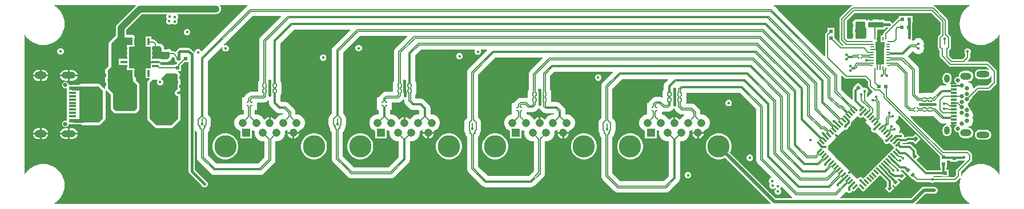
<source format=gtl>
G04*
G04 #@! TF.GenerationSoftware,Altium Limited,Altium Designer,25.8.1 (18)*
G04*
G04 Layer_Physical_Order=1*
G04 Layer_Color=255*
%FSLAX44Y44*%
%MOMM*%
G71*
G04*
G04 #@! TF.SameCoordinates,C96D2FE9-1FD8-438A-A999-0EA797086850*
G04*
G04*
G04 #@! TF.FilePolarity,Positive*
G04*
G01*
G75*
%ADD13C,0.1524*%
G04:AMPARAMS|DCode=15|XSize=0.85mm|YSize=0.3mm|CornerRadius=0mm|HoleSize=0mm|Usage=FLASHONLY|Rotation=45.000|XOffset=0mm|YOffset=0mm|HoleType=Round|Shape=Rectangle|*
%AMROTATEDRECTD15*
4,1,4,-0.1945,-0.4066,-0.4066,-0.1945,0.1945,0.4066,0.4066,0.1945,-0.1945,-0.4066,0.0*
%
%ADD15ROTATEDRECTD15*%

G04:AMPARAMS|DCode=16|XSize=0.85mm|YSize=0.3mm|CornerRadius=0mm|HoleSize=0mm|Usage=FLASHONLY|Rotation=315.000|XOffset=0mm|YOffset=0mm|HoleType=Round|Shape=Rectangle|*
%AMROTATEDRECTD16*
4,1,4,-0.4066,0.1945,-0.1945,0.4066,0.4066,-0.1945,0.1945,-0.4066,-0.4066,0.1945,0.0*
%
%ADD16ROTATEDRECTD16*%

G04:AMPARAMS|DCode=17|XSize=0.46mm|YSize=0.2mm|CornerRadius=0.025mm|HoleSize=0mm|Usage=FLASHONLY|Rotation=90.000|XOffset=0mm|YOffset=0mm|HoleType=Round|Shape=RoundedRectangle|*
%AMROUNDEDRECTD17*
21,1,0.4600,0.1500,0,0,90.0*
21,1,0.4100,0.2000,0,0,90.0*
1,1,0.0500,0.0750,0.2050*
1,1,0.0500,0.0750,-0.2050*
1,1,0.0500,-0.0750,-0.2050*
1,1,0.0500,-0.0750,0.2050*
%
%ADD17ROUNDEDRECTD17*%
%ADD18R,0.9000X0.3000*%
%ADD19R,0.6000X0.5400*%
%ADD20R,1.2000X3.2000*%
%ADD21R,0.2000X0.5000*%
%ADD22R,0.5000X0.2000*%
%ADD23R,0.5400X0.6000*%
G04:AMPARAMS|DCode=24|XSize=0.475mm|YSize=0.5mm|CornerRadius=0mm|HoleSize=0mm|Usage=FLASHONLY|Rotation=225.000|XOffset=0mm|YOffset=0mm|HoleType=Round|Shape=Rectangle|*
%AMROTATEDRECTD24*
4,1,4,-0.0088,0.3447,0.3447,-0.0088,0.0088,-0.3447,-0.3447,0.0088,-0.0088,0.3447,0.0*
%
%ADD24ROTATEDRECTD24*%

%ADD25P,8.5560X4X90.0*%
G04:AMPARAMS|DCode=26|XSize=0.54mm|YSize=0.6mm|CornerRadius=0mm|HoleSize=0mm|Usage=FLASHONLY|Rotation=315.000|XOffset=0mm|YOffset=0mm|HoleType=Round|Shape=Rectangle|*
%AMROTATEDRECTD26*
4,1,4,-0.4031,-0.0212,0.0212,0.4031,0.4031,0.0212,-0.0212,-0.4031,-0.4031,-0.0212,0.0*
%
%ADD26ROTATEDRECTD26*%

G04:AMPARAMS|DCode=27|XSize=0.475mm|YSize=0.5mm|CornerRadius=0mm|HoleSize=0mm|Usage=FLASHONLY|Rotation=135.000|XOffset=0mm|YOffset=0mm|HoleType=Round|Shape=Rectangle|*
%AMROTATEDRECTD27*
4,1,4,0.3447,0.0088,-0.0088,-0.3447,-0.3447,-0.0088,0.0088,0.3447,0.3447,0.0088,0.0*
%
%ADD27ROTATEDRECTD27*%

%ADD28R,0.4750X0.5000*%
%ADD29R,0.3500X1.0000*%
%ADD30R,3.2500X3.2500*%
%ADD31R,1.0000X0.3500*%
%ADD32R,1.1400X0.6000*%
G04:AMPARAMS|DCode=33|XSize=0.565mm|YSize=0.2mm|CornerRadius=0.005mm|HoleSize=0mm|Usage=FLASHONLY|Rotation=90.000|XOffset=0mm|YOffset=0mm|HoleType=Round|Shape=RoundedRectangle|*
%AMROUNDEDRECTD33*
21,1,0.5650,0.1900,0,0,90.0*
21,1,0.5550,0.2000,0,0,90.0*
1,1,0.0100,0.0950,0.2775*
1,1,0.0100,0.0950,-0.2775*
1,1,0.0100,-0.0950,-0.2775*
1,1,0.0100,-0.0950,0.2775*
%
%ADD33ROUNDEDRECTD33*%
%ADD34R,0.2300X0.2200*%
%ADD35R,0.4000X0.2000*%
%ADD36R,0.2000X0.4000*%
%ADD37R,0.5000X0.4750*%
%ADD38R,1.1400X0.3000*%
G04:AMPARAMS|DCode=39|XSize=0.565mm|YSize=0.2mm|CornerRadius=0.005mm|HoleSize=0mm|Usage=FLASHONLY|Rotation=180.000|XOffset=0mm|YOffset=0mm|HoleType=Round|Shape=RoundedRectangle|*
%AMROUNDEDRECTD39*
21,1,0.5650,0.1900,0,0,180.0*
21,1,0.5550,0.2000,0,0,180.0*
1,1,0.0100,-0.2775,0.0950*
1,1,0.0100,0.2775,0.0950*
1,1,0.0100,0.2775,-0.0950*
1,1,0.0100,-0.2775,-0.0950*
%
%ADD39ROUNDEDRECTD39*%
%ADD40R,0.2200X0.2300*%
G04:AMPARAMS|DCode=41|XSize=0.565mm|YSize=0.4mm|CornerRadius=0.01mm|HoleSize=0mm|Usage=FLASHONLY|Rotation=180.000|XOffset=0mm|YOffset=0mm|HoleType=Round|Shape=RoundedRectangle|*
%AMROUNDEDRECTD41*
21,1,0.5650,0.3800,0,0,180.0*
21,1,0.5450,0.4000,0,0,180.0*
1,1,0.0200,-0.2725,0.1900*
1,1,0.0200,0.2725,0.1900*
1,1,0.0200,0.2725,-0.1900*
1,1,0.0200,-0.2725,-0.1900*
%
%ADD41ROUNDEDRECTD41*%
G04:AMPARAMS|DCode=42|XSize=0.565mm|YSize=0.4mm|CornerRadius=0.01mm|HoleSize=0mm|Usage=FLASHONLY|Rotation=90.000|XOffset=0mm|YOffset=0mm|HoleType=Round|Shape=RoundedRectangle|*
%AMROUNDEDRECTD42*
21,1,0.5650,0.3800,0,0,90.0*
21,1,0.5450,0.4000,0,0,90.0*
1,1,0.0200,0.1900,0.2725*
1,1,0.0200,0.1900,-0.2725*
1,1,0.0200,-0.1900,-0.2725*
1,1,0.0200,-0.1900,0.2725*
%
%ADD42ROUNDEDRECTD42*%
%ADD43R,1.0000X3.4000*%
%ADD44R,10.7000X8.6000*%
%ADD45C,0.6500*%
%ADD46C,1.2080*%
%ADD47O,2.1000X1.0500*%
%ADD48O,1.7780X1.1430*%
%ADD49R,1.2080X1.2080*%
%ADD50C,3.3160*%
%ADD51O,0.8500X1.2000*%
%ADD52O,1.9500X0.9500*%
%ADD53O,1.6500X1.0500*%
%ADD54C,0.6800*%
%ADD55C,0.4500*%
%ADD56C,0.1359*%
%ADD57C,0.5080*%
%ADD58C,0.3048*%
%ADD59C,0.2032*%
%ADD60C,0.1370*%
%ADD61C,0.3810*%
%ADD62C,0.1270*%
%ADD63C,0.2540*%
%ADD64C,1.0160*%
%ADD65C,0.5842*%
G36*
X332905Y297461D02*
X332953Y296945D01*
X331625Y295926D01*
X330076Y294377D01*
X330015Y294330D01*
X265062Y229377D01*
X263863Y229615D01*
X263459Y230591D01*
X262112Y231939D01*
X260351Y232668D01*
X258446D01*
X256685Y231939D01*
X255338Y230591D01*
X254608Y228831D01*
Y227586D01*
X253592Y227278D01*
X253268Y227763D01*
X253268Y227763D01*
X248523Y232509D01*
X247053Y233491D01*
X245318Y233836D01*
X232875D01*
X231140Y233491D01*
X229670Y232509D01*
X227438Y230277D01*
X226456Y228806D01*
X226418Y228615D01*
X225303Y228221D01*
X224575Y228708D01*
X223188Y228984D01*
X223188Y228984D01*
X220856D01*
X220018Y230238D01*
X218791Y231465D01*
X217531Y232307D01*
X216045Y232603D01*
X209434D01*
X209413Y232710D01*
X209084Y233201D01*
Y234557D01*
X208788Y236044D01*
X207946Y237304D01*
X206059Y239191D01*
X204799Y240033D01*
X203312Y240329D01*
X200099D01*
X199875Y241458D01*
X199089Y242634D01*
X199089Y242634D01*
X196059Y245663D01*
X194883Y246449D01*
X193496Y246725D01*
X193496Y246725D01*
X190315D01*
Y251036D01*
X181735D01*
Y235956D01*
X187930D01*
Y217786D01*
X188226Y216299D01*
X189068Y215039D01*
X190328Y214197D01*
X191815Y213901D01*
X202388D01*
X202578Y213774D01*
X204065Y213478D01*
X214211D01*
X215697Y213774D01*
X216958Y214616D01*
X220018Y217676D01*
X220860Y218937D01*
X221156Y220423D01*
Y220826D01*
X222172Y221247D01*
X224782Y218637D01*
X224647Y217957D01*
Y217832D01*
X224992Y216098D01*
X225728Y214996D01*
Y212863D01*
X228120D01*
X228509Y211925D01*
X228007Y211423D01*
X227221Y210247D01*
X227165Y209961D01*
X224297D01*
Y208547D01*
X204065D01*
Y211286D01*
X188985D01*
Y204036D01*
X181735D01*
Y188956D01*
X187553D01*
X187941Y188017D01*
X185155Y185230D01*
X184313Y183970D01*
X184017Y182484D01*
Y176802D01*
X184099Y176391D01*
X184176Y128894D01*
X184324Y128156D01*
X184472Y127414D01*
X184474Y127411D01*
X184474Y127408D01*
X184894Y126782D01*
X185314Y126153D01*
X195177Y116291D01*
X196437Y115449D01*
X197923Y115153D01*
X220017Y115153D01*
X221504Y115449D01*
X222764Y116291D01*
X232689Y126216D01*
X233531Y127476D01*
X233827Y128963D01*
Y162668D01*
X233531Y164155D01*
X232689Y165415D01*
X231429Y166257D01*
X230019Y166538D01*
X229650Y166691D01*
X229395Y166945D01*
X229257Y167278D01*
Y167638D01*
X229395Y167971D01*
X229650Y168226D01*
X230597Y168618D01*
X230804Y168659D01*
X232064Y169501D01*
X232906Y170762D01*
X233202Y172248D01*
Y180004D01*
X233531Y180497D01*
X233827Y181984D01*
Y185002D01*
X233531Y186488D01*
X233100Y187134D01*
Y194086D01*
X232804Y195572D01*
X231962Y196833D01*
X229930Y198865D01*
X230073Y199501D01*
X230318Y199881D01*
X234127D01*
Y205930D01*
X234197Y206280D01*
X234197Y206280D01*
Y207358D01*
X239703Y212863D01*
X245531D01*
Y50775D01*
X245876Y49040D01*
X246859Y47570D01*
X264705Y29724D01*
X264963Y29101D01*
X266311Y27754D01*
X268071Y27024D01*
X269977D01*
X271737Y27754D01*
X273085Y29101D01*
X273814Y30861D01*
Y32767D01*
X273085Y34528D01*
X271737Y35875D01*
X271115Y36133D01*
X254596Y52652D01*
Y111108D01*
X255612Y111310D01*
X255773Y110922D01*
X256831Y109543D01*
X257578Y108969D01*
Y106612D01*
Y70936D01*
X257820Y69100D01*
X258528Y67390D01*
X259655Y65922D01*
X277955Y47622D01*
X279423Y46495D01*
X281133Y45787D01*
X282968Y45545D01*
X352405D01*
X354240Y45787D01*
X355950Y46495D01*
X357418Y47622D01*
X371833Y62036D01*
X372960Y63505D01*
X373668Y65215D01*
X373909Y67050D01*
Y95288D01*
X374069Y95410D01*
X377331D01*
X380482Y96254D01*
X383308Y97886D01*
X385614Y100192D01*
X387246Y103018D01*
X388090Y106169D01*
Y109431D01*
X387794Y110534D01*
X390482Y111254D01*
X392180Y112234D01*
X392923Y111490D01*
X392705Y111112D01*
X392158Y109070D01*
X409242D01*
X408779Y110798D01*
X410482Y111254D01*
X413308Y112886D01*
X415614Y115192D01*
X417246Y118018D01*
X418090Y121169D01*
Y124431D01*
X417246Y127582D01*
X415614Y130408D01*
X413308Y132714D01*
X410482Y134346D01*
X407331Y135190D01*
X404069D01*
X403920Y135304D01*
Y138515D01*
X403678Y140350D01*
X402970Y142060D01*
X401843Y143528D01*
X393860Y151512D01*
X392391Y152639D01*
X390681Y153347D01*
X388846Y153588D01*
X383410D01*
X381409Y155589D01*
Y162810D01*
X382679Y164709D01*
X383175Y167206D01*
Y172756D01*
X382897Y174156D01*
X383175Y175556D01*
Y181106D01*
X382679Y183603D01*
X381264Y185720D01*
X381229Y185744D01*
Y198875D01*
Y236006D01*
Y241283D01*
X401573Y261627D01*
X484893D01*
X485282Y260688D01*
X460044Y235450D01*
X458917Y233982D01*
X458209Y232272D01*
X457967Y230436D01*
Y136606D01*
X455024Y133663D01*
X453897Y132195D01*
X453189Y130485D01*
X452947Y128650D01*
Y120529D01*
X453189Y118694D01*
X453897Y116984D01*
X455024Y115515D01*
X455110Y115429D01*
Y114250D01*
X455337Y112527D01*
X456002Y110922D01*
X457060Y109543D01*
X457797Y108977D01*
Y69082D01*
X458039Y67247D01*
X458747Y65537D01*
X459874Y64069D01*
X473635Y50308D01*
X481919Y42024D01*
X483388Y40897D01*
X485098Y40188D01*
X486933Y39947D01*
X544631D01*
X544708Y39957D01*
X545548D01*
X547383Y40198D01*
X549093Y40907D01*
X550562Y42034D01*
X571402Y62874D01*
X572529Y64342D01*
X573237Y66052D01*
X573479Y67887D01*
Y94957D01*
X574069Y95410D01*
X577331D01*
X580482Y96254D01*
X583308Y97886D01*
X585614Y100192D01*
X587246Y103018D01*
X588090Y106169D01*
Y109431D01*
X587794Y110534D01*
X590482Y111254D01*
X592180Y112234D01*
X592923Y111490D01*
X592705Y111112D01*
X592158Y109070D01*
X609242D01*
X608779Y110798D01*
X610482Y111254D01*
X613308Y112886D01*
X615614Y115192D01*
X617246Y118018D01*
X618090Y121169D01*
Y124431D01*
X617246Y127582D01*
X615614Y130408D01*
X613308Y132714D01*
X610482Y134346D01*
X607331Y135190D01*
X604069D01*
X603920Y135304D01*
Y144907D01*
X603678Y146742D01*
X602970Y148452D01*
X601843Y149921D01*
X595307Y156457D01*
X593838Y157584D01*
X592128Y158292D01*
X590293Y158534D01*
X581972D01*
X581409Y159096D01*
Y162810D01*
X582679Y164709D01*
X583175Y167206D01*
Y172756D01*
X582897Y174156D01*
X583175Y175556D01*
Y181106D01*
X582679Y183603D01*
X581264Y185720D01*
X581194Y185767D01*
Y187814D01*
Y217489D01*
Y222790D01*
X590097Y231693D01*
X620216D01*
X620217Y231693D01*
X669265D01*
X669917Y230677D01*
X669429Y229498D01*
Y227592D01*
X670158Y225832D01*
X671506Y224484D01*
X673266Y223755D01*
X675172D01*
X676932Y224484D01*
X678280Y225832D01*
X679009Y227592D01*
Y229498D01*
X678521Y230677D01*
X679173Y231693D01*
X687566D01*
X687955Y230754D01*
X660308Y203107D01*
X659181Y201639D01*
X658473Y199929D01*
X658231Y198094D01*
Y129776D01*
X656461Y128006D01*
X655335Y126538D01*
X654626Y124828D01*
X654385Y122992D01*
Y111717D01*
X654626Y109881D01*
X655335Y108172D01*
X655524Y107925D01*
Y107250D01*
X655751Y105527D01*
X656415Y103921D01*
X657473Y102543D01*
X658211Y101977D01*
Y99502D01*
Y54638D01*
X658453Y52803D01*
X659161Y51093D01*
X660288Y49624D01*
X671019Y38893D01*
X680653Y29259D01*
X682122Y28132D01*
X683832Y27424D01*
X685667Y27182D01*
X753373D01*
X755208Y27424D01*
X756918Y28132D01*
X758386Y29259D01*
X771619Y42491D01*
X772746Y43960D01*
X773454Y45670D01*
X773696Y47505D01*
Y95124D01*
X774069Y95410D01*
X777331D01*
X780482Y96254D01*
X783308Y97886D01*
X785614Y100192D01*
X787246Y103018D01*
X788090Y106169D01*
Y109431D01*
X787794Y110534D01*
X790482Y111254D01*
X792180Y112234D01*
X792923Y111490D01*
X792705Y111112D01*
X792158Y109070D01*
X809242D01*
X808779Y110798D01*
X810482Y111254D01*
X813308Y112886D01*
X815614Y115192D01*
X817246Y118018D01*
X818090Y121169D01*
Y124431D01*
X817246Y127582D01*
X815614Y130408D01*
X813308Y132714D01*
X810482Y134346D01*
X807331Y135190D01*
X804069D01*
X803920Y135304D01*
Y140787D01*
X803678Y142622D01*
X802970Y144332D01*
X801843Y145801D01*
X800587Y147056D01*
X800587Y147056D01*
X796096Y151548D01*
X794627Y152675D01*
X792917Y153383D01*
X791082Y153624D01*
X783624D01*
X783175Y154171D01*
Y159721D01*
X782897Y161121D01*
X783175Y162521D01*
Y168071D01*
X782679Y170568D01*
X781324Y172596D01*
Y177049D01*
X781329Y177087D01*
Y192356D01*
X787915Y198942D01*
X801262D01*
X801263Y198942D01*
X874595D01*
X874984Y198003D01*
X859469Y182488D01*
X858342Y181020D01*
X857634Y179310D01*
X857393Y177475D01*
Y176443D01*
X857382Y176367D01*
Y129657D01*
X854929Y127204D01*
X853802Y125736D01*
X853094Y124026D01*
X852852Y122191D01*
Y112121D01*
X853094Y110286D01*
X853802Y108575D01*
X854662Y107455D01*
Y106549D01*
X854889Y104826D01*
X855554Y103221D01*
X856612Y101842D01*
X857349Y101276D01*
Y43712D01*
X857591Y41877D01*
X858299Y40167D01*
X859426Y38698D01*
X876111Y22014D01*
X876111Y22014D01*
X876772Y21353D01*
X878241Y20226D01*
X879950Y19517D01*
X881786Y19276D01*
X953178D01*
X955013Y19517D01*
X956723Y20226D01*
X958192Y21353D01*
X971843Y35003D01*
X972970Y36472D01*
X973678Y38182D01*
X973920Y40017D01*
Y95295D01*
X974069Y95410D01*
X977331D01*
X980482Y96254D01*
X983308Y97886D01*
X985614Y100192D01*
X987246Y103018D01*
X988090Y106169D01*
Y109431D01*
X987794Y110534D01*
X990482Y111254D01*
X992180Y112234D01*
X992923Y111490D01*
X992705Y111112D01*
X992158Y109070D01*
X1009242D01*
X1008779Y110798D01*
X1010482Y111254D01*
X1013308Y112886D01*
X1015614Y115192D01*
X1017246Y118018D01*
X1018090Y121169D01*
Y124431D01*
X1017246Y127582D01*
X1015614Y130408D01*
X1013308Y132714D01*
X1010482Y134346D01*
X1007331Y135190D01*
X1004069D01*
X1003920Y135304D01*
Y138927D01*
X1003678Y140762D01*
X1002970Y142472D01*
X1001843Y143940D01*
X996342Y149441D01*
X994874Y150568D01*
X993164Y151276D01*
X991329Y151518D01*
X983683D01*
X982850Y152534D01*
X983175Y154171D01*
Y159721D01*
X982897Y161121D01*
X983175Y162521D01*
Y167723D01*
X1062222D01*
X1086459Y143487D01*
Y68485D01*
X1086700Y66650D01*
X1087409Y64940D01*
X1088535Y63472D01*
X1109913Y42094D01*
X1109524Y41156D01*
X1109272D01*
X1107512Y40426D01*
X1106164Y39079D01*
X1105435Y37318D01*
Y35413D01*
X1106164Y33652D01*
X1106872Y32945D01*
X1107270Y31940D01*
X1106541Y30180D01*
Y28274D01*
X1107270Y26514D01*
X1108617Y25166D01*
X1110378Y24437D01*
X1112284D01*
X1114044Y25166D01*
X1114900Y26022D01*
X1114962Y26010D01*
X1116274Y24698D01*
X1114928Y23352D01*
X1114199Y21591D01*
Y19686D01*
X1114928Y17925D01*
X1116276Y16578D01*
X1118036Y15848D01*
X1119942D01*
X1121702Y16578D01*
X1123050Y17925D01*
X1123779Y19686D01*
Y21591D01*
X1123050Y23352D01*
X1121738Y24664D01*
X1123084Y26010D01*
X1123516Y27054D01*
X1124715Y27292D01*
X1140191Y11816D01*
X1139770Y10800D01*
X1115725D01*
X1052192Y74333D01*
X1048119Y78406D01*
X1048344Y78743D01*
X1049785Y82223D01*
X1050520Y85917D01*
Y89683D01*
X1049785Y93377D01*
X1048344Y96857D01*
X1046252Y99988D01*
X1043588Y102652D01*
X1040457Y104744D01*
X1036977Y106185D01*
X1033283Y106920D01*
X1029517D01*
X1025823Y106185D01*
X1022343Y104744D01*
X1019212Y102652D01*
X1016548Y99988D01*
X1014456Y96857D01*
X1013015Y93377D01*
X1012280Y89683D01*
Y85917D01*
X1013015Y82223D01*
X1014456Y78743D01*
X1016548Y75612D01*
X1019212Y72948D01*
X1022343Y70856D01*
X1025823Y69415D01*
X1029517Y68680D01*
X1033283D01*
X1036977Y69415D01*
X1040457Y70856D01*
X1040794Y71081D01*
X1044867Y67008D01*
X1108897Y2978D01*
X1108509Y2039D01*
X46607D01*
X46332Y3017D01*
X48596Y4405D01*
X52371Y7629D01*
X55595Y11404D01*
X58189Y15637D01*
X60089Y20224D01*
X61248Y25051D01*
X61638Y30000D01*
X61248Y34949D01*
X60089Y39776D01*
X58189Y44363D01*
X55595Y48596D01*
X52371Y52371D01*
X48596Y55595D01*
X44363Y58189D01*
X39776Y60089D01*
X34949Y61248D01*
X30000Y61638D01*
X25051Y61248D01*
X20224Y60089D01*
X15637Y58189D01*
X11404Y55595D01*
X7629Y52371D01*
X4405Y48596D01*
X3017Y46332D01*
X2039Y46607D01*
Y253393D01*
X3017Y253668D01*
X4405Y251404D01*
X7629Y247629D01*
X11404Y244405D01*
X15637Y241811D01*
X20224Y239911D01*
X25051Y238752D01*
X30000Y238363D01*
X34949Y238752D01*
X39776Y239911D01*
X44363Y241811D01*
X48596Y244405D01*
X52371Y247629D01*
X55595Y251404D01*
X58189Y255637D01*
X60089Y260224D01*
X61248Y265051D01*
X61638Y270000D01*
X61248Y274949D01*
X60089Y279776D01*
X58189Y284363D01*
X55595Y288596D01*
X52371Y292371D01*
X48596Y295595D01*
X46331Y296983D01*
X46607Y297961D01*
X166891D01*
X167312Y296945D01*
X139900Y269532D01*
X138678Y267940D01*
X137910Y266087D01*
X137648Y264097D01*
Y252634D01*
X128275Y243260D01*
X127432Y242000D01*
X127137Y240513D01*
Y207277D01*
X122681Y202822D01*
X122394Y202391D01*
X122054Y202000D01*
X121976Y201766D01*
X121839Y201561D01*
X121738Y201054D01*
X121574Y200562D01*
X121592Y200317D01*
X121544Y200075D01*
X121644Y199567D01*
X121681Y199051D01*
X121821Y198537D01*
Y189877D01*
X121546Y189465D01*
X121250Y187979D01*
Y185434D01*
X121546Y183948D01*
X121783Y183593D01*
Y174354D01*
X121906Y173736D01*
X120920Y173440D01*
X114898Y179462D01*
X113638Y180304D01*
X112151Y180600D01*
X85935D01*
X85547Y180523D01*
X85500Y180531D01*
X85447Y180518D01*
X85118Y180513D01*
X84805Y180446D01*
X84503Y180315D01*
X84448Y180304D01*
X84409Y180278D01*
X84024Y180189D01*
X83737Y179984D01*
X83413Y179844D01*
X83146Y179568D01*
X73500D01*
X73359Y179540D01*
X67550D01*
Y179845D01*
X66827Y181591D01*
X65491Y182927D01*
X63745Y183650D01*
X61855D01*
X60109Y182927D01*
X58773Y181591D01*
X58050Y179845D01*
Y177955D01*
X58773Y176209D01*
X60109Y174873D01*
X61855Y174150D01*
X63745D01*
X64415Y174428D01*
X65260Y173863D01*
Y168460D01*
Y158460D01*
Y148460D01*
Y138460D01*
Y126137D01*
X64415Y125572D01*
X63745Y125850D01*
X61855D01*
X60109Y125127D01*
X58773Y123791D01*
X58050Y122045D01*
Y120155D01*
X58773Y118409D01*
X60109Y117073D01*
X61855Y116350D01*
X63745D01*
X65491Y117073D01*
X66827Y118409D01*
X67550Y120155D01*
Y120460D01*
X75883D01*
X76025Y120432D01*
X85891D01*
X85898Y120422D01*
X87158Y119580D01*
X88645Y119284D01*
X112287D01*
X113774Y119580D01*
X115034Y120422D01*
X121084Y126472D01*
X121926Y127732D01*
X122222Y129219D01*
Y170529D01*
X122139Y170944D01*
X123083Y171409D01*
X123365Y171086D01*
X123469Y171005D01*
X123543Y170896D01*
X129790Y164649D01*
Y144606D01*
X130085Y143119D01*
X130927Y141859D01*
X135118Y137668D01*
X136378Y136826D01*
X137865Y136530D01*
X165105D01*
X166591Y136826D01*
X167852Y137668D01*
X171655Y141471D01*
X172497Y142731D01*
X172792Y144218D01*
Y178908D01*
X172497Y180394D01*
X171655Y181655D01*
X167202Y186107D01*
Y188956D01*
X166906Y190442D01*
X166120Y191620D01*
Y201206D01*
X165824Y202692D01*
X164982Y203953D01*
X163722Y204795D01*
X162235Y205090D01*
X158119D01*
Y209206D01*
X157824Y210692D01*
X157065Y211828D01*
Y215163D01*
X157824Y216299D01*
X158119Y217786D01*
Y234901D01*
X162235D01*
X163722Y235197D01*
X164982Y236039D01*
X165824Y237299D01*
X166120Y238786D01*
Y249291D01*
X165824Y250777D01*
X164982Y252038D01*
X164512Y252507D01*
X163893Y252921D01*
X163279Y253338D01*
X163264Y253341D01*
X163252Y253349D01*
X162523Y253494D01*
X161794Y253645D01*
X153020Y253710D01*
Y260914D01*
X176520Y284414D01*
X212945D01*
X213334Y283476D01*
X213082Y283223D01*
X212353Y281463D01*
Y279557D01*
X213082Y277797D01*
X213617Y277262D01*
X212784Y276429D01*
X212055Y274669D01*
Y272763D01*
X212784Y271003D01*
X214132Y269655D01*
X215892Y268926D01*
X217798D01*
X219558Y269655D01*
X220630Y270727D01*
X221880Y269476D01*
X223640Y268747D01*
X225546D01*
X227306Y269476D01*
X228654Y270824D01*
X229383Y272584D01*
Y274490D01*
X228654Y276250D01*
X228268Y276636D01*
X229210Y277579D01*
X229939Y279339D01*
Y281245D01*
X229210Y283005D01*
X228817Y283398D01*
X229238Y284414D01*
X285750D01*
X287739Y284676D01*
X289593Y285444D01*
X291185Y286665D01*
X292406Y288257D01*
X293174Y290111D01*
X293436Y292100D01*
X293174Y294089D01*
X292406Y295943D01*
X291637Y296945D01*
X292138Y297961D01*
X332674D01*
X332905Y297461D01*
D02*
G37*
G36*
X1275330Y271871D02*
Y265751D01*
X1274716Y265137D01*
X1253504D01*
X1252605Y266037D01*
X1252562Y271379D01*
X1253714Y272531D01*
X1262435D01*
Y272562D01*
X1274639D01*
X1275330Y271871D01*
D02*
G37*
G36*
X1248787Y271934D02*
X1248677Y271379D01*
X1248680Y271364D01*
X1248677Y271348D01*
X1248720Y266005D01*
X1248871Y265277D01*
X1249016Y264550D01*
X1249025Y264537D01*
X1249028Y264521D01*
X1249445Y263908D01*
X1249858Y263290D01*
X1250515Y262633D01*
X1250515Y250196D01*
X1247806Y247487D01*
X1235192D01*
Y247623D01*
X1233871Y248943D01*
Y258343D01*
X1233611D01*
Y261528D01*
X1233871D01*
Y271372D01*
X1235411Y272913D01*
X1247809D01*
X1248787Y271934D01*
D02*
G37*
G36*
X1229790Y296953D02*
X1228403Y296677D01*
X1227227Y295891D01*
X1227226Y295891D01*
X1211367Y280032D01*
X1210581Y278855D01*
X1210305Y277468D01*
X1210305Y277468D01*
Y246074D01*
X1210305Y246074D01*
X1210581Y244686D01*
X1211367Y243510D01*
X1216235Y238642D01*
X1215846Y237703D01*
X1214064D01*
X1202587Y249179D01*
Y253882D01*
X1202587Y253882D01*
Y254292D01*
X1202587D01*
X1202587Y254898D01*
Y264122D01*
X1192507D01*
Y259053D01*
X1189944Y256490D01*
X1189214Y255398D01*
X1188958Y254110D01*
Y222555D01*
X1188019Y222166D01*
X1118876Y291310D01*
X1118754Y291403D01*
X1114231Y295926D01*
X1112903Y296945D01*
X1112952Y297461D01*
X1113182Y297961D01*
X1229771D01*
X1229790Y296953D01*
D02*
G37*
G36*
X382668Y280634D02*
X352162Y250129D01*
X351035Y248660D01*
X350327Y246950D01*
X350085Y245115D01*
Y190002D01*
Y185645D01*
X348721Y183603D01*
X348225Y181106D01*
Y175556D01*
X348503Y174156D01*
X348225Y172756D01*
Y169104D01*
X340178D01*
X340178Y169104D01*
X340178Y169104D01*
X339279Y169104D01*
X339147Y169605D01*
X338582Y169606D01*
X338554Y169595D01*
X338554D01*
X338170Y169326D01*
X337750Y169033D01*
X337750Y169033D01*
X337609Y168995D01*
X337301Y168913D01*
X336839Y168852D01*
X336781Y168828D01*
X336731Y168821D01*
X336369Y168664D01*
X335962Y168555D01*
X335559Y168322D01*
X335129Y168144D01*
X335074Y168102D01*
X335033Y168084D01*
X334732Y167845D01*
X334359Y167630D01*
X330258Y164485D01*
X329928Y164155D01*
X329559Y163872D01*
X329277Y163504D01*
X328949Y163176D01*
X328716Y162773D01*
X328432Y162403D01*
X328255Y161975D01*
X328023Y161573D01*
X327902Y161124D01*
X327724Y160693D01*
X327664Y160241D01*
X324700D01*
Y145341D01*
Y141641D01*
X327434D01*
Y140369D01*
X327434Y140369D01*
Y135269D01*
X327331Y135190D01*
X324069D01*
X320918Y134346D01*
X318092Y132714D01*
X315786Y130408D01*
X314154Y127582D01*
X313310Y124431D01*
Y121169D01*
X314154Y118018D01*
X315786Y115192D01*
X318092Y112886D01*
X320918Y111254D01*
X322120Y110932D01*
Y99220D01*
X339280D01*
Y111184D01*
X340160Y111692D01*
X340918Y111254D01*
X343605Y110534D01*
X343310Y109431D01*
Y106169D01*
X344154Y103018D01*
X345785Y100192D01*
X348092Y97886D01*
X350918Y96254D01*
X354069Y95410D01*
X357331D01*
X357480Y95295D01*
Y70918D01*
X348536Y61974D01*
X286837D01*
X276970Y71841D01*
X276970Y71841D01*
X274007Y74804D01*
Y108977D01*
X274745Y109543D01*
X275803Y110922D01*
X276468Y112527D01*
X276695Y114250D01*
Y115076D01*
X277529Y116164D01*
X278238Y117874D01*
X278479Y119709D01*
Y127467D01*
X278238Y129302D01*
X277529Y131012D01*
X276402Y132480D01*
X273825Y135058D01*
X273827Y136636D01*
X273826Y136640D01*
X273827Y136644D01*
Y173590D01*
Y214893D01*
X295012Y236079D01*
X295874Y235503D01*
X295476Y234543D01*
Y232637D01*
X296205Y230877D01*
X297552Y229529D01*
X299313Y228800D01*
X301218D01*
X302979Y229529D01*
X304326Y230877D01*
X305056Y232637D01*
Y234543D01*
X304326Y236303D01*
X302979Y237651D01*
X301218Y238380D01*
X299313D01*
X298352Y237982D01*
X297777Y238843D01*
X340507Y281573D01*
X382279D01*
X382668Y280634D01*
D02*
G37*
G36*
X1360211Y272324D02*
Y254702D01*
X1357337Y251828D01*
X1356552Y250652D01*
X1356276Y249264D01*
X1356276Y249264D01*
Y235473D01*
X1356276Y235473D01*
X1356552Y234086D01*
X1357337Y232910D01*
X1359007Y231240D01*
X1358994Y231174D01*
Y222384D01*
X1358994Y222384D01*
X1359270Y220997D01*
X1360056Y219821D01*
X1372498Y207379D01*
X1372498Y207379D01*
X1373674Y206593D01*
X1375062Y206317D01*
X1428123D01*
X1432110Y202329D01*
X1431534Y201468D01*
X1430003Y202102D01*
X1428100Y202353D01*
X1418100D01*
X1416197Y202102D01*
X1414424Y201368D01*
X1412901Y200199D01*
X1411732Y198676D01*
X1410998Y196903D01*
X1410747Y195000D01*
X1410998Y193097D01*
X1411732Y191324D01*
X1412901Y189801D01*
X1414424Y188632D01*
X1416197Y187898D01*
X1418100Y187647D01*
X1428100D01*
X1430003Y187898D01*
X1431776Y188632D01*
X1433299Y189801D01*
X1434468Y191324D01*
X1435070Y192777D01*
X1436086Y192575D01*
Y183961D01*
X1430115Y177991D01*
X1415315D01*
X1413927Y177715D01*
X1412751Y176929D01*
X1412751Y176929D01*
X1409566Y173743D01*
X1408550Y174164D01*
Y175264D01*
X1407896Y177705D01*
X1406632Y179895D01*
X1404845Y181682D01*
X1402655Y182946D01*
X1401162Y183346D01*
X1401230Y184380D01*
X1402984Y184611D01*
X1404879Y185396D01*
X1406506Y186644D01*
X1407755Y188271D01*
X1408539Y190166D01*
X1408807Y192200D01*
X1408539Y194234D01*
X1407755Y196129D01*
X1406506Y197756D01*
X1404879Y199004D01*
X1402984Y199790D01*
X1400950Y200057D01*
X1394950D01*
X1392916Y199790D01*
X1391021Y199004D01*
X1389394Y197756D01*
X1388145Y196129D01*
X1387361Y194234D01*
X1387093Y192200D01*
X1387182Y191525D01*
X1386239Y190900D01*
X1384475D01*
X1382674Y190154D01*
X1381296Y188776D01*
X1380550Y186975D01*
Y185025D01*
X1381296Y183224D01*
X1382674Y181846D01*
X1383833Y181366D01*
X1383631Y180350D01*
X1374497D01*
X1374152Y181366D01*
X1374793Y181857D01*
X1375881Y183276D01*
X1376565Y184928D01*
X1376799Y186700D01*
Y190200D01*
X1376565Y191973D01*
X1375881Y193624D01*
X1374793Y195043D01*
X1373374Y196131D01*
X1371723Y196815D01*
X1369950Y197049D01*
X1368177Y196815D01*
X1366526Y196131D01*
X1365107Y195043D01*
X1364019Y193624D01*
X1363335Y191973D01*
X1363101Y190200D01*
Y186700D01*
X1363335Y184928D01*
X1364019Y183276D01*
X1365107Y181857D01*
X1366526Y180769D01*
X1368177Y180085D01*
X1368900Y179990D01*
Y178215D01*
X1362153D01*
X1360317Y177973D01*
X1358607Y177265D01*
X1357139Y176138D01*
X1353760Y172759D01*
X1353760Y172759D01*
X1352465Y171464D01*
X1352464Y171464D01*
X1348371Y167370D01*
X1347529Y167537D01*
X1341980D01*
X1340580Y167259D01*
X1339180Y167537D01*
X1333629D01*
X1331132Y167041D01*
X1329817Y166162D01*
X1328144Y167834D01*
Y201930D01*
X1327903Y203765D01*
X1327195Y205475D01*
X1326068Y206943D01*
X1311519Y221492D01*
X1319040Y229012D01*
X1320067Y228932D01*
X1320380Y228389D01*
X1321981Y226788D01*
X1323942Y225656D01*
X1326129Y225070D01*
X1328394D01*
X1330581Y225656D01*
X1332542Y226788D01*
X1334143Y228389D01*
X1335276Y230350D01*
X1335862Y232537D01*
Y234802D01*
X1335318Y236830D01*
X1335358Y236900D01*
X1335945Y239087D01*
Y241351D01*
X1335358Y243539D01*
X1334226Y245500D01*
X1332625Y247101D01*
X1330664Y248233D01*
X1328477Y248819D01*
X1326212D01*
X1324025Y248233D01*
X1322064Y247101D01*
X1320480Y245517D01*
X1317628D01*
X1317207Y246533D01*
X1317681Y247007D01*
X1318410Y248768D01*
Y250673D01*
X1318020Y251614D01*
Y259499D01*
X1318237D01*
Y269579D01*
X1317954D01*
Y271684D01*
X1318436D01*
Y281765D01*
X1308607D01*
Y281765D01*
X1308196D01*
Y281765D01*
X1298367D01*
Y278927D01*
X1297994Y278853D01*
X1296817Y278067D01*
X1296817Y278067D01*
X1289487Y270737D01*
X1288289Y270975D01*
X1287977Y271730D01*
X1286629Y273077D01*
X1284869Y273806D01*
X1282963D01*
X1282909Y273784D01*
X1278634D01*
X1278077Y274618D01*
X1277386Y275309D01*
X1276125Y276151D01*
X1274639Y276447D01*
X1262435D01*
X1262278Y276416D01*
X1253714D01*
X1252227Y276120D01*
X1250967Y275278D01*
X1250952Y275263D01*
X1250555Y275659D01*
X1249295Y276502D01*
X1247809Y276797D01*
X1235411D01*
X1233925Y276502D01*
X1232664Y275659D01*
X1231124Y274119D01*
X1230282Y272859D01*
X1229986Y271372D01*
Y262838D01*
X1229726Y261528D01*
Y258343D01*
X1229987Y257032D01*
Y248943D01*
X1230120Y248272D01*
X1229475Y247487D01*
X1222674D01*
X1221112Y249048D01*
Y274493D01*
X1232765Y286146D01*
X1346390D01*
X1360211Y272324D01*
D02*
G37*
G36*
X205199Y234557D02*
Y231847D01*
X205824Y231223D01*
Y228718D01*
X216045D01*
X217271Y227491D01*
Y220423D01*
X214211Y217363D01*
X204065D01*
Y217786D01*
X191815D01*
Y236433D01*
X191826Y236444D01*
X203312D01*
X205199Y234557D01*
D02*
G37*
G36*
X1281957Y264643D02*
X1282195Y263445D01*
X1276637Y257886D01*
X1276637Y257886D01*
X1276115Y257365D01*
X1275329Y256189D01*
X1275053Y254801D01*
X1275053Y254801D01*
Y252777D01*
X1271139D01*
Y242697D01*
X1277639D01*
Y235087D01*
X1273829D01*
Y220387D01*
Y212587D01*
X1267529D01*
Y219087D01*
Y231087D01*
X1264656D01*
X1263719Y231277D01*
Y232197D01*
X1263719D01*
Y243277D01*
X1264561Y243697D01*
X1266219D01*
Y247806D01*
X1266305Y248237D01*
Y261252D01*
X1274716D01*
X1276203Y261548D01*
X1277463Y262390D01*
X1278077Y263004D01*
X1278919Y264265D01*
X1279010Y264720D01*
X1281772D01*
X1281957Y264643D01*
D02*
G37*
G36*
X229215Y194086D02*
Y185002D01*
X229942D01*
Y181984D01*
X229317D01*
Y172248D01*
X229210D01*
X227449Y171519D01*
X226102Y170172D01*
X225372Y168411D01*
Y166506D01*
X226102Y164745D01*
X227449Y163398D01*
X229210Y162668D01*
X229942D01*
Y128963D01*
X220017Y119038D01*
X197923Y119038D01*
X188061Y128900D01*
X187983Y176721D01*
X187902Y176802D01*
Y182484D01*
X192284Y186866D01*
X199040D01*
X199429Y185927D01*
X199244Y185741D01*
X198514Y183981D01*
Y182075D01*
X199244Y180315D01*
X200591Y178967D01*
X202351Y178238D01*
X204257D01*
X206017Y178967D01*
X207365Y180315D01*
X208094Y182075D01*
Y183981D01*
X207365Y185741D01*
X206017Y187089D01*
X205056Y187487D01*
X204817Y188686D01*
X212412Y196280D01*
X227020D01*
X229215Y194086D01*
D02*
G37*
G36*
X1403669Y296983D02*
X1401404Y295595D01*
X1397629Y292371D01*
X1394405Y288596D01*
X1391811Y284363D01*
X1389911Y279776D01*
X1388752Y274949D01*
X1388362Y270000D01*
X1388752Y265051D01*
X1389911Y260223D01*
X1391811Y255637D01*
X1394405Y251404D01*
X1397629Y247629D01*
X1401404Y244405D01*
X1405637Y241811D01*
X1410223Y239911D01*
X1415051Y238752D01*
X1420000Y238362D01*
X1424949Y238752D01*
X1429776Y239911D01*
X1434363Y241811D01*
X1438596Y244405D01*
X1442371Y247629D01*
X1445595Y251404D01*
X1446983Y253669D01*
X1447961Y253393D01*
Y46607D01*
X1446983Y46331D01*
X1445595Y48596D01*
X1442371Y52371D01*
X1438596Y55595D01*
X1434363Y58189D01*
X1429776Y60089D01*
X1424949Y61248D01*
X1420000Y61638D01*
X1415051Y61248D01*
X1410223Y60089D01*
X1405637Y58189D01*
X1401404Y55595D01*
X1397629Y52371D01*
X1394405Y48596D01*
X1391811Y44363D01*
X1391459Y43514D01*
X1390443Y43716D01*
Y49938D01*
X1406217Y65712D01*
X1407003Y66888D01*
X1407279Y68276D01*
X1407279Y68276D01*
Y74602D01*
X1407279Y74602D01*
X1407003Y75989D01*
X1406217Y77166D01*
X1406217Y77166D01*
X1402764Y80618D01*
X1401588Y81404D01*
X1400200Y81680D01*
X1400200Y81680D01*
X1365174D01*
X1331055Y115799D01*
X1331055Y115799D01*
X1319766Y127088D01*
X1319766Y127088D01*
X1315308Y131546D01*
X1315729Y132562D01*
X1333193D01*
Y132562D01*
X1333302Y132652D01*
X1333629Y132587D01*
X1339180D01*
X1340580Y132865D01*
X1341980Y132587D01*
X1347529D01*
X1349540Y132986D01*
X1352819Y129707D01*
X1352819Y129707D01*
X1353760Y128767D01*
X1353760Y128767D01*
X1358664Y123862D01*
X1360133Y122735D01*
X1361843Y122027D01*
X1363678Y121785D01*
X1368900D01*
Y120010D01*
X1368177Y119915D01*
X1366526Y119231D01*
X1365107Y118143D01*
X1364019Y116724D01*
X1363335Y115072D01*
X1363101Y113300D01*
Y109800D01*
X1363335Y108027D01*
X1364019Y106376D01*
X1365107Y104957D01*
X1366526Y103869D01*
X1368177Y103185D01*
X1369950Y102951D01*
X1371723Y103185D01*
X1373374Y103869D01*
X1374793Y104957D01*
X1375881Y106376D01*
X1376565Y108027D01*
X1376799Y109800D01*
Y113300D01*
X1376565Y115072D01*
X1375881Y116724D01*
X1374793Y118143D01*
X1374152Y118634D01*
X1374497Y119650D01*
X1383631D01*
X1383833Y118634D01*
X1382674Y118154D01*
X1381296Y116776D01*
X1380550Y114975D01*
Y113025D01*
X1381296Y111224D01*
X1382674Y109846D01*
X1384475Y109100D01*
X1386239D01*
X1387182Y108475D01*
X1387093Y107800D01*
X1387361Y105766D01*
X1388145Y103871D01*
X1389394Y102244D01*
X1391021Y100996D01*
X1392916Y100211D01*
X1394950Y99943D01*
X1400950D01*
X1402984Y100211D01*
X1404879Y100996D01*
X1406506Y102244D01*
X1407755Y103871D01*
X1408539Y105766D01*
X1408807Y107800D01*
X1408539Y109834D01*
X1407755Y111729D01*
X1406506Y113356D01*
X1404879Y114605D01*
X1402984Y115389D01*
X1401230Y115620D01*
X1401162Y116654D01*
X1402655Y117054D01*
X1404845Y118318D01*
X1406632Y120105D01*
X1407896Y122295D01*
X1408550Y124736D01*
Y127264D01*
X1407896Y129705D01*
X1407726Y130000D01*
X1407896Y130295D01*
X1408550Y132736D01*
Y135264D01*
X1407896Y137705D01*
X1406632Y139895D01*
X1404845Y141682D01*
X1404740Y141742D01*
Y143152D01*
X1403858Y145280D01*
X1402230Y146909D01*
X1401550Y147190D01*
Y147264D01*
X1400896Y149705D01*
X1400726Y150000D01*
X1400896Y150295D01*
X1401550Y152736D01*
Y152810D01*
X1402230Y153091D01*
X1403858Y154720D01*
X1404740Y156848D01*
Y158258D01*
X1404845Y158318D01*
X1406632Y160105D01*
X1407245Y161168D01*
X1416817Y170739D01*
X1431617D01*
X1431617Y170739D01*
X1433004Y171015D01*
X1434181Y171801D01*
X1442275Y179896D01*
X1442275Y179896D01*
X1443061Y181072D01*
X1443337Y182460D01*
X1443337Y182460D01*
Y199855D01*
X1443337Y199855D01*
X1443061Y201243D01*
X1442275Y202419D01*
X1442275Y202419D01*
X1437711Y206984D01*
X1437711Y206984D01*
X1432188Y212506D01*
X1431012Y213292D01*
X1429624Y213568D01*
X1429624Y213568D01*
X1400328D01*
X1399939Y214507D01*
X1402888Y217456D01*
X1402888Y217456D01*
X1403674Y218632D01*
X1403950Y220020D01*
Y225679D01*
X1404385Y226114D01*
X1405114Y227875D01*
Y229780D01*
X1404385Y231541D01*
X1403038Y232888D01*
X1401277Y233618D01*
X1399371D01*
X1397611Y232888D01*
X1396263Y231541D01*
X1395534Y229780D01*
Y227875D01*
X1396263Y226114D01*
X1396699Y225679D01*
Y221521D01*
X1392301Y217124D01*
X1378037D01*
X1373202Y221959D01*
Y229061D01*
X1373215Y229124D01*
Y230909D01*
X1374802Y232496D01*
X1374802Y232496D01*
X1375588Y233673D01*
X1375864Y235060D01*
X1375864Y235060D01*
Y249444D01*
X1375864Y249444D01*
X1375588Y250832D01*
X1374802Y252008D01*
X1374802Y252008D01*
X1371058Y255752D01*
Y275259D01*
X1371058Y275259D01*
X1370782Y276647D01*
X1369996Y277823D01*
X1369996Y277823D01*
X1351928Y295891D01*
X1350752Y296677D01*
X1349364Y296953D01*
X1349364Y296953D01*
X1349384Y297961D01*
X1403393D01*
X1403669Y296983D01*
D02*
G37*
G36*
X1218108Y189197D02*
X1219200Y188467D01*
X1220489Y188211D01*
X1248325D01*
X1253138Y183398D01*
Y177591D01*
X1253394Y176303D01*
X1254124Y175210D01*
X1259612Y169722D01*
X1259480Y168714D01*
X1259332Y168629D01*
X1257730Y167028D01*
X1256598Y165067D01*
X1256538Y164843D01*
X1256315Y164783D01*
X1254353Y163651D01*
X1252752Y162050D01*
X1252069Y160867D01*
X1251053Y161139D01*
Y166725D01*
X1251826Y167498D01*
X1252555Y169259D01*
Y171164D01*
X1251826Y172925D01*
X1250479Y174272D01*
X1248718Y175002D01*
X1246813D01*
X1246028Y174677D01*
X1245258Y175269D01*
X1238130Y182396D01*
X1231179Y175445D01*
X1231813Y174812D01*
X1231032Y174031D01*
X1230134Y172687D01*
X1229819Y171101D01*
Y157282D01*
X1228880Y156894D01*
X1224298Y161476D01*
X1224298Y161476D01*
X1213290Y172484D01*
Y192578D01*
X1214306Y192999D01*
X1218108Y189197D01*
D02*
G37*
G36*
X956170Y186940D02*
X952057Y182827D01*
X950930Y181358D01*
X950222Y179648D01*
X949980Y177813D01*
Y172453D01*
X948721Y170568D01*
X948225Y168071D01*
Y162521D01*
X948444Y161418D01*
X947838Y160766D01*
X947631Y160655D01*
X946847Y160980D01*
X945012Y161221D01*
X938207D01*
X936372Y160980D01*
X934662Y160271D01*
X933193Y159145D01*
X929803Y155754D01*
X928676Y154286D01*
X927968Y152576D01*
X927962Y152533D01*
X924946D01*
Y135190D01*
X924069D01*
X920918Y134346D01*
X918092Y132714D01*
X915786Y130408D01*
X914154Y127582D01*
X913310Y124431D01*
Y121169D01*
X914154Y118018D01*
X915786Y115192D01*
X918092Y112886D01*
X920918Y111254D01*
X922120Y110932D01*
Y99220D01*
X939280D01*
Y111184D01*
X940160Y111692D01*
X940918Y111254D01*
X943605Y110534D01*
X943310Y109431D01*
Y106169D01*
X944154Y103018D01*
X945786Y100192D01*
X948092Y97886D01*
X950918Y96254D01*
X954069Y95410D01*
X957331D01*
X957480Y95295D01*
Y43875D01*
X949320Y35715D01*
X885644D01*
X873789Y47570D01*
Y101276D01*
X874526Y101842D01*
X875584Y103221D01*
X876249Y104826D01*
X876476Y106549D01*
Y107645D01*
X877399Y108848D01*
X878107Y110558D01*
X878349Y112393D01*
Y122185D01*
X878107Y124020D01*
X877399Y125730D01*
X876272Y127199D01*
X873811Y129659D01*
Y173596D01*
X888094Y187878D01*
X955781D01*
X956170Y186940D01*
D02*
G37*
G36*
X770861Y219247D02*
X752615Y201002D01*
X752568Y200940D01*
X752067Y200440D01*
X750940Y198971D01*
X750232Y197261D01*
X749990Y195426D01*
Y172468D01*
X748721Y170568D01*
X748225Y168071D01*
Y162521D01*
X748503Y161121D01*
X748396Y160581D01*
X747457Y159870D01*
X745622Y160112D01*
X737655D01*
X735820Y159870D01*
X734110Y159162D01*
X732641Y158035D01*
X729669Y155062D01*
X728542Y153594D01*
X728102Y152533D01*
X724812D01*
Y135190D01*
X724069D01*
X720918Y134346D01*
X718092Y132714D01*
X715786Y130408D01*
X714154Y127582D01*
X713310Y124431D01*
Y121169D01*
X714154Y118018D01*
X715786Y115192D01*
X718092Y112886D01*
X720918Y111254D01*
X722120Y110932D01*
Y99220D01*
X739280D01*
Y111184D01*
X740160Y111692D01*
X740918Y111254D01*
X743605Y110534D01*
X743310Y109431D01*
Y106169D01*
X744154Y103018D01*
X745786Y100192D01*
X748092Y97886D01*
X750918Y96254D01*
X754069Y95410D01*
X757266D01*
Y51373D01*
X749504Y43611D01*
X689535D01*
X683295Y49851D01*
X683295Y49851D01*
X674640Y58506D01*
Y99502D01*
Y101969D01*
X675388Y102543D01*
X676446Y103921D01*
X677111Y105527D01*
X677337Y107250D01*
Y108105D01*
X677920Y108864D01*
X678628Y110574D01*
X678870Y112409D01*
Y123002D01*
X678628Y124837D01*
X677920Y126547D01*
X676793Y128016D01*
X674660Y130149D01*
Y194226D01*
X700621Y220186D01*
X770472D01*
X770861Y219247D01*
D02*
G37*
G36*
X161765Y249760D02*
X162235Y249291D01*
Y238786D01*
X154235D01*
Y217786D01*
X141985D01*
Y209206D01*
X154235D01*
Y201206D01*
X162235D01*
Y188956D01*
X163317D01*
Y184498D01*
X168908Y178908D01*
Y144218D01*
X165105Y140415D01*
X137865D01*
X133674Y144606D01*
Y166258D01*
X126290Y173642D01*
X125668Y174354D01*
X125668D01*
X125668Y174354D01*
Y185434D01*
X125135D01*
Y187979D01*
X125706D01*
Y199059D01*
X125706D01*
X125428Y200075D01*
X131021Y205668D01*
Y240513D01*
X140426Y249918D01*
X161765Y249760D01*
D02*
G37*
G36*
X965620Y144138D02*
X965930Y143389D01*
X967057Y141921D01*
X971267Y137711D01*
X971329Y137663D01*
X971827Y137165D01*
X973295Y136038D01*
X975005Y135330D01*
X976841Y135088D01*
X980172D01*
X980444Y134072D01*
X978092Y132714D01*
X975786Y130408D01*
X974154Y127582D01*
X974112Y127423D01*
X973021Y127279D01*
X972566Y128068D01*
X970968Y129666D01*
X969012Y130795D01*
X966970Y131342D01*
Y122800D01*
X964430D01*
Y131342D01*
X962388Y130795D01*
X960432Y129666D01*
X958834Y128068D01*
X958379Y127279D01*
X957288Y127423D01*
X957246Y127582D01*
X955614Y130408D01*
X953308Y132714D01*
X950482Y134346D01*
X947331Y135190D01*
X946946D01*
Y138793D01*
X947791Y139358D01*
X947990Y139276D01*
X949825Y139034D01*
X956524D01*
X958359Y139276D01*
X960069Y139984D01*
X961538Y141111D01*
X964333Y143906D01*
X964613Y144271D01*
X965620Y144138D01*
D02*
G37*
G36*
X765669Y144247D02*
X765930Y143616D01*
X767057Y142148D01*
X769943Y139262D01*
X771411Y138135D01*
X773121Y137427D01*
X774957Y137185D01*
X787209D01*
X787480Y136915D01*
Y135304D01*
X787331Y135190D01*
X784069D01*
X780918Y134346D01*
X778092Y132714D01*
X775786Y130408D01*
X774154Y127582D01*
X774112Y127423D01*
X773021Y127279D01*
X772566Y128068D01*
X770968Y129666D01*
X769012Y130795D01*
X766970Y131342D01*
Y122800D01*
X764430D01*
Y131342D01*
X762388Y130795D01*
X760432Y129666D01*
X758834Y128068D01*
X758379Y127279D01*
X757288Y127423D01*
X757246Y127582D01*
X755614Y130408D01*
X753308Y132714D01*
X750482Y134346D01*
X747331Y135190D01*
X746812D01*
Y138489D01*
X747535Y138972D01*
X747828Y139004D01*
X749586Y138772D01*
X755992D01*
X757827Y139014D01*
X759537Y139722D01*
X761005Y140849D01*
X764343Y144187D01*
X764506Y144400D01*
X765669Y144247D01*
D02*
G37*
G36*
X564980Y157571D02*
Y155214D01*
X565222Y153379D01*
X565930Y151669D01*
X567057Y150200D01*
X573086Y144171D01*
X574555Y143044D01*
X576265Y142336D01*
X578100Y142094D01*
X586421D01*
X587480Y141035D01*
Y135304D01*
X587331Y135190D01*
X584069D01*
X580918Y134346D01*
X578092Y132714D01*
X575785Y130408D01*
X574154Y127582D01*
X574112Y127423D01*
X573021Y127279D01*
X572566Y128068D01*
X570968Y129666D01*
X569012Y130795D01*
X566970Y131342D01*
Y122800D01*
X564430D01*
Y131342D01*
X562388Y130795D01*
X560432Y129666D01*
X558834Y128068D01*
X558379Y127279D01*
X557288Y127423D01*
X557246Y127582D01*
X555614Y130408D01*
X553308Y132714D01*
X550482Y134346D01*
X547331Y135190D01*
X544069D01*
X543925Y136156D01*
Y141601D01*
X546700D01*
Y152897D01*
X555933D01*
X557768Y153139D01*
X559478Y153847D01*
X560947Y154974D01*
X563964Y157992D01*
X564980Y157571D01*
D02*
G37*
G36*
X364980Y156316D02*
Y151706D01*
X365222Y149871D01*
X365930Y148161D01*
X367057Y146692D01*
X374524Y139226D01*
X375992Y138099D01*
X377702Y137391D01*
X379537Y137149D01*
X384974D01*
X385057Y137065D01*
X385058Y137065D01*
X385994Y136129D01*
X385605Y135190D01*
X384069D01*
X380918Y134346D01*
X378092Y132714D01*
X375785Y130408D01*
X374154Y127582D01*
X374112Y127423D01*
X373021Y127279D01*
X372566Y128068D01*
X370968Y129666D01*
X369012Y130795D01*
X366970Y131342D01*
Y122800D01*
X364430D01*
Y131342D01*
X362388Y130795D01*
X360432Y129666D01*
X358834Y128068D01*
X358379Y127279D01*
X357288Y127423D01*
X357246Y127582D01*
X355614Y130408D01*
X353308Y132714D01*
X350482Y134346D01*
X347331Y135190D01*
X344069D01*
X343884Y135332D01*
Y139433D01*
X343884Y139434D01*
Y141641D01*
X346700D01*
Y152665D01*
X356941D01*
X358776Y152906D01*
X360486Y153615D01*
X361954Y154741D01*
X362748Y155535D01*
X362810Y155582D01*
X363964Y156737D01*
X364980Y156316D01*
D02*
G37*
G36*
X118337Y170529D02*
Y129219D01*
X112287Y123169D01*
X88645D01*
Y123452D01*
X83432Y128665D01*
X83570Y128804D01*
Y171222D01*
X85622Y176648D01*
X85935Y176715D01*
X112151D01*
X118337Y170529D01*
D02*
G37*
G36*
X1237841Y132348D02*
X1239189Y131000D01*
X1240949Y130271D01*
X1242855D01*
X1244615Y131000D01*
X1245802Y132187D01*
X1250915Y127074D01*
X1248221Y124380D01*
X1251757Y120844D01*
X1257704Y114897D01*
X1257302Y113927D01*
Y112022D01*
X1258032Y110261D01*
X1259379Y108914D01*
X1261140Y108184D01*
X1263045D01*
X1264015Y108586D01*
X1269929Y102672D01*
X1275543Y97059D01*
Y95209D01*
X1276272Y93448D01*
X1277619Y92101D01*
X1279380Y91372D01*
X1281285D01*
X1283046Y92101D01*
X1283769Y92824D01*
X1285155Y92834D01*
X1291970Y86019D01*
X1285429Y79479D01*
X1281894Y75943D01*
X1278358Y72408D01*
X1274822Y68872D01*
X1273465Y67514D01*
X1267751Y61801D01*
X1260680Y54730D01*
X1257145Y51194D01*
X1253609Y47659D01*
X1252252Y46301D01*
X1245594Y39643D01*
X1245567Y39648D01*
X1244219Y40996D01*
X1242459Y41725D01*
X1240553D01*
X1238793Y40996D01*
X1237445Y39648D01*
X1237131Y39586D01*
X1228564Y48154D01*
X1225028Y51689D01*
X1214421Y62296D01*
X1210886Y65831D01*
X1203815Y72903D01*
X1192698Y84019D01*
X1193187Y84508D01*
X1193916Y86268D01*
Y88174D01*
X1193604Y88926D01*
X1200774Y96096D01*
X1203815Y99136D01*
X1207350Y102672D01*
X1214421Y109743D01*
X1217685Y113006D01*
X1218388Y112715D01*
X1220294D01*
X1222055Y113444D01*
X1223402Y114791D01*
X1224131Y116552D01*
Y116827D01*
X1226542Y119238D01*
X1227440Y120582D01*
X1227755Y122168D01*
Y123077D01*
X1237161Y132483D01*
X1237841Y132348D01*
D02*
G37*
G36*
X1359542Y72754D02*
Y66679D01*
X1359542D01*
Y66269D01*
X1359542D01*
Y56439D01*
X1360438D01*
Y52260D01*
X1339745D01*
X1324345Y67660D01*
X1329539Y72855D01*
X1324953Y77441D01*
Y80830D01*
X1324953Y80830D01*
X1324638Y82416D01*
X1323740Y83760D01*
X1317283Y90217D01*
X1315938Y91116D01*
X1314353Y91431D01*
X1304554D01*
X1304027Y92406D01*
X1304281Y92914D01*
X1305195Y93215D01*
X1309917D01*
X1311503Y93530D01*
X1312605Y94267D01*
X1319469D01*
X1322736Y91000D01*
X1330571Y98835D01*
X1323160Y106245D01*
X1319469Y102554D01*
X1310969D01*
X1309383Y102239D01*
X1308281Y101502D01*
X1306405D01*
X1305918Y102229D01*
Y104135D01*
X1305189Y105896D01*
X1303842Y107243D01*
X1302081Y107972D01*
X1300176D01*
X1299032Y107498D01*
X1298707Y107785D01*
X1298390Y108332D01*
X1299420Y110117D01*
X1300006Y112304D01*
Y114569D01*
X1299420Y116756D01*
X1298288Y118717D01*
X1296687Y120318D01*
X1295124Y121220D01*
X1294222Y122783D01*
X1293166Y123839D01*
X1293150Y123882D01*
X1293367Y125075D01*
X1294790Y125896D01*
X1296391Y127498D01*
X1297524Y129459D01*
X1298110Y131646D01*
Y132749D01*
X1299126Y133170D01*
X1359542Y72754D01*
D02*
G37*
G36*
X1395725Y66912D02*
X1395905Y65655D01*
X1384254Y54004D01*
X1383468Y52828D01*
X1383192Y51440D01*
X1383192Y51440D01*
Y44959D01*
X1380190Y41957D01*
X1351354D01*
X1350919Y42392D01*
X1349556Y42957D01*
X1349758Y43973D01*
X1362057D01*
Y43077D01*
X1371887D01*
Y53156D01*
X1368726D01*
Y56439D01*
X1369622D01*
Y66269D01*
X1370407Y66828D01*
X1375058D01*
Y65108D01*
X1386138D01*
Y66741D01*
X1393879D01*
X1395464Y67056D01*
X1395725Y66912D01*
D02*
G37*
G36*
X569703Y250721D02*
X552057Y233075D01*
X550930Y231606D01*
X550222Y229896D01*
X549980Y228061D01*
Y185488D01*
X548721Y183603D01*
X548225Y181106D01*
Y175556D01*
X548503Y174156D01*
X548225Y172756D01*
Y169326D01*
X538197D01*
X536362Y169084D01*
X534652Y168376D01*
X533183Y167249D01*
X529557Y163623D01*
X528430Y162155D01*
X527722Y160445D01*
X527690Y160201D01*
X524700D01*
Y145301D01*
Y141601D01*
X527475D01*
Y135301D01*
X527331Y135190D01*
X524069D01*
X520918Y134346D01*
X518092Y132714D01*
X515785Y130408D01*
X514154Y127582D01*
X513310Y124431D01*
Y121169D01*
X514154Y118018D01*
X515785Y115192D01*
X518092Y112886D01*
X520918Y111254D01*
X522120Y110932D01*
Y99220D01*
X539280D01*
Y111184D01*
X540160Y111692D01*
X540918Y111254D01*
X543605Y110534D01*
X543310Y109431D01*
Y106169D01*
X544154Y103018D01*
X545785Y100192D01*
X548092Y97886D01*
X550918Y96254D01*
X554069Y95410D01*
X557049D01*
Y71755D01*
X541680Y56386D01*
X490791D01*
X485911Y61266D01*
X485910Y61267D01*
X474226Y72951D01*
Y108969D01*
X474974Y109543D01*
X476032Y110922D01*
X476697Y112527D01*
X476924Y114250D01*
Y115476D01*
X477778Y116590D01*
X478486Y118300D01*
X478728Y120135D01*
Y129423D01*
X478486Y131258D01*
X477778Y132968D01*
X476651Y134437D01*
X474440Y136648D01*
Y145959D01*
Y190108D01*
Y226612D01*
X499487Y251659D01*
X569314D01*
X569703Y250721D01*
D02*
G37*
G36*
X1311646Y45330D02*
X1311936Y45040D01*
X1318887Y38089D01*
X1319887Y39089D01*
X1323209Y35768D01*
X1323209Y35768D01*
X1324385Y34982D01*
X1325772Y34706D01*
X1325773Y34706D01*
X1345058D01*
X1345493Y34271D01*
X1347253Y33542D01*
X1349159D01*
X1350919Y34271D01*
X1351354Y34706D01*
X1381692D01*
X1381692Y34706D01*
X1383079Y34982D01*
X1384256Y35768D01*
X1389198Y40710D01*
X1390059Y40135D01*
X1389911Y39776D01*
X1388752Y34949D01*
X1388362Y30000D01*
X1388752Y25051D01*
X1389911Y20224D01*
X1391811Y15637D01*
X1394405Y11404D01*
X1397629Y7629D01*
X1401404Y4405D01*
X1403669Y3017D01*
X1403393Y2039D01*
X1323708D01*
X1323319Y2978D01*
X1337602Y17260D01*
X1351125D01*
X1353107Y17655D01*
X1354787Y18777D01*
X1355910Y20458D01*
X1356304Y22440D01*
X1355910Y24422D01*
X1354787Y26102D01*
X1353107Y27225D01*
X1351125Y27619D01*
X1335655D01*
X1335489Y27652D01*
X1333507Y27258D01*
X1331827Y26135D01*
X1316491Y10800D01*
X1211837D01*
X1211416Y11816D01*
X1219834Y20234D01*
X1221162Y20125D01*
X1222055Y19231D01*
X1223816Y18502D01*
X1225721D01*
X1227482Y19231D01*
X1228829Y20579D01*
X1229204Y21484D01*
X1230402Y21722D01*
X1231746Y20379D01*
X1238640Y27273D01*
X1245534Y20379D01*
X1249070Y23914D01*
X1256141Y30985D01*
X1259676Y34521D01*
X1263212Y38056D01*
X1270210Y45054D01*
X1280688Y34576D01*
Y28302D01*
X1277793Y25407D01*
X1284743Y18456D01*
X1291871Y25583D01*
X1288975Y28479D01*
Y30928D01*
X1289914Y31316D01*
X1293616Y27615D01*
X1300743Y34743D01*
X1296841Y38645D01*
X1297230Y39583D01*
X1299675D01*
X1302482Y36776D01*
X1309610Y43904D01*
X1302659Y50855D01*
X1302000Y50196D01*
X1301139Y50771D01*
X1301304Y51171D01*
Y51937D01*
X1305040D01*
X1311646Y45330D01*
D02*
G37*
%LPC*%
G36*
X244287Y262462D02*
X242381D01*
X240621Y261732D01*
X239273Y260385D01*
X238544Y258624D01*
Y256719D01*
X239273Y254958D01*
X240621Y253611D01*
X242381Y252882D01*
X244287D01*
X246047Y253611D01*
X247395Y254958D01*
X248124Y256719D01*
Y258624D01*
X247395Y260385D01*
X246047Y261732D01*
X244287Y262462D01*
D02*
G37*
G36*
X56547Y233727D02*
X54641D01*
X52881Y232998D01*
X51534Y231651D01*
X50804Y229890D01*
Y227985D01*
X51534Y226224D01*
X52881Y224877D01*
X54641Y224147D01*
X56547D01*
X58308Y224877D01*
X59655Y226224D01*
X60384Y227985D01*
Y229890D01*
X59655Y231651D01*
X58308Y232998D01*
X56547Y233727D01*
D02*
G37*
G36*
X648066Y226637D02*
X646161D01*
X644400Y225907D01*
X643053Y224560D01*
X642323Y222799D01*
Y220894D01*
X643053Y219133D01*
X644400Y217786D01*
X646161Y217057D01*
X648066D01*
X649827Y217786D01*
X651174Y219133D01*
X651903Y220894D01*
Y222799D01*
X651174Y224560D01*
X649827Y225907D01*
X648066Y226637D01*
D02*
G37*
G36*
X445857Y224502D02*
X443951D01*
X442191Y223773D01*
X440843Y222426D01*
X440114Y220665D01*
Y218759D01*
X440843Y216999D01*
X442191Y215651D01*
X443951Y214922D01*
X445857D01*
X447617Y215651D01*
X448965Y216999D01*
X449694Y218759D01*
Y220665D01*
X448965Y222426D01*
X447617Y223773D01*
X445857Y224502D01*
D02*
G37*
G36*
X73050Y201057D02*
X69070D01*
Y194470D01*
X80740D01*
X80639Y195234D01*
X79854Y197129D01*
X78606Y198756D01*
X76979Y200005D01*
X75084Y200790D01*
X73050Y201057D01*
D02*
G37*
G36*
X66530D02*
X62550D01*
X60516Y200790D01*
X58621Y200005D01*
X56994Y198756D01*
X55746Y197129D01*
X54960Y195234D01*
X54860Y194470D01*
X66530D01*
Y201057D01*
D02*
G37*
G36*
X29175Y201526D02*
X27270D01*
Y194470D01*
X37334D01*
X37218Y195355D01*
X36386Y197363D01*
X35062Y199088D01*
X33338Y200411D01*
X31330Y201243D01*
X29175Y201526D01*
D02*
G37*
G36*
X24730D02*
X22825D01*
X20670Y201243D01*
X18662Y200411D01*
X16938Y199088D01*
X15614Y197363D01*
X14783Y195355D01*
X14666Y194470D01*
X24730D01*
Y201526D01*
D02*
G37*
G36*
X80740Y191930D02*
X69070D01*
Y185343D01*
X73050D01*
X75084Y185611D01*
X76979Y186395D01*
X78606Y187644D01*
X79854Y189271D01*
X80639Y191166D01*
X80740Y191930D01*
D02*
G37*
G36*
X66530D02*
X54860D01*
X54960Y191166D01*
X55746Y189271D01*
X56994Y187644D01*
X58621Y186395D01*
X60516Y185611D01*
X62550Y185343D01*
X66530D01*
Y191930D01*
D02*
G37*
G36*
X853693Y194773D02*
X851787D01*
X850027Y194044D01*
X848680Y192697D01*
X847950Y190936D01*
Y189031D01*
X848680Y187270D01*
X850027Y185923D01*
X851787Y185193D01*
X853693D01*
X855453Y185923D01*
X856801Y187270D01*
X857530Y189031D01*
Y190936D01*
X856801Y192697D01*
X855453Y194044D01*
X853693Y194773D01*
D02*
G37*
G36*
X37334Y191930D02*
X27270D01*
Y184874D01*
X29175D01*
X31330Y185158D01*
X33338Y185989D01*
X35062Y187313D01*
X36386Y189037D01*
X37218Y191045D01*
X37334Y191930D01*
D02*
G37*
G36*
X24730D02*
X14666D01*
X14783Y191045D01*
X15614Y189037D01*
X16938Y187313D01*
X18662Y185989D01*
X20670Y185158D01*
X22825Y184874D01*
X24730D01*
Y191930D01*
D02*
G37*
G36*
X1046973Y157093D02*
X1045067D01*
X1043307Y156364D01*
X1041959Y155017D01*
X1041230Y153256D01*
Y151351D01*
X1041959Y149590D01*
X1043307Y148243D01*
X1045067Y147514D01*
X1046973D01*
X1048733Y148243D01*
X1050081Y149590D01*
X1050810Y151351D01*
Y153256D01*
X1050081Y155017D01*
X1048733Y156364D01*
X1046973Y157093D01*
D02*
G37*
G36*
X73050Y114657D02*
X69070D01*
Y108070D01*
X80740D01*
X80639Y108834D01*
X79854Y110729D01*
X78606Y112356D01*
X76979Y113604D01*
X75084Y114389D01*
X73050Y114657D01*
D02*
G37*
G36*
X66530D02*
X62550D01*
X60516Y114389D01*
X58621Y113604D01*
X56994Y112356D01*
X55746Y110729D01*
X54960Y108834D01*
X54860Y108070D01*
X66530D01*
Y114657D01*
D02*
G37*
G36*
X29175Y115126D02*
X27270D01*
Y108070D01*
X37334D01*
X37218Y108955D01*
X36386Y110963D01*
X35062Y112688D01*
X33338Y114011D01*
X31330Y114843D01*
X29175Y115126D01*
D02*
G37*
G36*
X24730D02*
X22825D01*
X20670Y114843D01*
X18662Y114011D01*
X16938Y112688D01*
X15614Y110963D01*
X14783Y108955D01*
X14666Y108070D01*
X24730D01*
Y115126D01*
D02*
G37*
G36*
X1009242Y106530D02*
X1001970D01*
Y99258D01*
X1004012Y99805D01*
X1005968Y100934D01*
X1007566Y102532D01*
X1008695Y104488D01*
X1009242Y106530D01*
D02*
G37*
G36*
X999430D02*
X992158D01*
X992705Y104488D01*
X993834Y102532D01*
X995432Y100934D01*
X997388Y99805D01*
X999430Y99258D01*
Y106530D01*
D02*
G37*
G36*
X809242D02*
X801970D01*
Y99258D01*
X804012Y99805D01*
X805968Y100934D01*
X807566Y102532D01*
X808695Y104488D01*
X809242Y106530D01*
D02*
G37*
G36*
X799430D02*
X792158D01*
X792705Y104488D01*
X793834Y102532D01*
X795432Y100934D01*
X797388Y99805D01*
X799430Y99258D01*
Y106530D01*
D02*
G37*
G36*
X609242D02*
X601970D01*
Y99258D01*
X604012Y99805D01*
X605968Y100934D01*
X607566Y102532D01*
X608695Y104488D01*
X609242Y106530D01*
D02*
G37*
G36*
X599430D02*
X592158D01*
X592705Y104488D01*
X593834Y102532D01*
X595432Y100934D01*
X597388Y99805D01*
X599430Y99258D01*
Y106530D01*
D02*
G37*
G36*
X409242D02*
X401970D01*
Y99258D01*
X404012Y99805D01*
X405968Y100934D01*
X407566Y102532D01*
X408695Y104488D01*
X409242Y106530D01*
D02*
G37*
G36*
X399430D02*
X392158D01*
X392705Y104488D01*
X393834Y102532D01*
X395432Y100934D01*
X397388Y99805D01*
X399430Y99258D01*
Y106530D01*
D02*
G37*
G36*
X80740Y105530D02*
X69070D01*
Y98943D01*
X73050D01*
X75084Y99211D01*
X76979Y99995D01*
X78606Y101244D01*
X79854Y102871D01*
X80639Y104766D01*
X80740Y105530D01*
D02*
G37*
G36*
X66530D02*
X54860D01*
X54960Y104766D01*
X55746Y102871D01*
X56994Y101244D01*
X58621Y99995D01*
X60516Y99211D01*
X62550Y98943D01*
X66530D01*
Y105530D01*
D02*
G37*
G36*
X37334D02*
X27270D01*
Y98474D01*
X29175D01*
X31330Y98757D01*
X33338Y99589D01*
X35062Y100913D01*
X36386Y102637D01*
X37218Y104645D01*
X37334Y105530D01*
D02*
G37*
G36*
X24730D02*
X14666D01*
X14783Y104645D01*
X15614Y102637D01*
X16938Y100913D01*
X18662Y99589D01*
X20670Y98757D01*
X22825Y98474D01*
X24730D01*
Y105530D01*
D02*
G37*
G36*
X833283Y106920D02*
X829517D01*
X825823Y106185D01*
X822343Y104744D01*
X819212Y102652D01*
X816548Y99988D01*
X814456Y96857D01*
X813015Y93377D01*
X812280Y89683D01*
Y85917D01*
X813015Y82223D01*
X814456Y78743D01*
X816548Y75612D01*
X819212Y72948D01*
X822343Y70856D01*
X825823Y69415D01*
X829517Y68680D01*
X833283D01*
X836977Y69415D01*
X840457Y70856D01*
X843588Y72948D01*
X846251Y75612D01*
X848344Y78743D01*
X849785Y82223D01*
X850520Y85917D01*
Y89683D01*
X849785Y93377D01*
X848344Y96857D01*
X846251Y99988D01*
X843588Y102652D01*
X840457Y104744D01*
X836977Y106185D01*
X833283Y106920D01*
D02*
G37*
G36*
X633283D02*
X629517D01*
X625823Y106185D01*
X622343Y104744D01*
X619212Y102652D01*
X616549Y99988D01*
X614456Y96857D01*
X613015Y93377D01*
X612280Y89683D01*
Y85917D01*
X613015Y82223D01*
X614456Y78743D01*
X616549Y75612D01*
X619212Y72948D01*
X622343Y70856D01*
X625823Y69415D01*
X629517Y68680D01*
X633283D01*
X636977Y69415D01*
X640457Y70856D01*
X643588Y72948D01*
X646252Y75612D01*
X648344Y78743D01*
X649785Y82223D01*
X650520Y85917D01*
Y89683D01*
X649785Y93377D01*
X648344Y96857D01*
X646252Y99988D01*
X643588Y102652D01*
X640457Y104744D01*
X636977Y106185D01*
X633283Y106920D01*
D02*
G37*
G36*
X433283D02*
X429517D01*
X425823Y106185D01*
X422343Y104744D01*
X419212Y102652D01*
X416549Y99988D01*
X414456Y96857D01*
X413015Y93377D01*
X412280Y89683D01*
Y85917D01*
X413015Y82223D01*
X414456Y78743D01*
X416549Y75612D01*
X419212Y72948D01*
X422343Y70856D01*
X425823Y69415D01*
X429517Y68680D01*
X433283D01*
X436977Y69415D01*
X440457Y70856D01*
X443588Y72948D01*
X446251Y75612D01*
X448344Y78743D01*
X449785Y82223D01*
X450520Y85917D01*
Y89683D01*
X449785Y93377D01*
X448344Y96857D01*
X446251Y99988D01*
X443588Y102652D01*
X440457Y104744D01*
X436977Y106185D01*
X433283Y106920D01*
D02*
G37*
G36*
X1078325Y75732D02*
X1076420D01*
X1074659Y75003D01*
X1073311Y73656D01*
X1072582Y71895D01*
Y69989D01*
X1073311Y68229D01*
X1074659Y66881D01*
X1076420Y66152D01*
X1078325D01*
X1080086Y66881D01*
X1081433Y68229D01*
X1082162Y69989D01*
Y71895D01*
X1081433Y73656D01*
X1080086Y75003D01*
X1078325Y75732D01*
D02*
G37*
G36*
X986669Y49764D02*
X984764D01*
X983003Y49035D01*
X981656Y47687D01*
X980926Y45927D01*
Y44021D01*
X981656Y42261D01*
X983003Y40913D01*
X984764Y40184D01*
X986669D01*
X988430Y40913D01*
X989777Y42261D01*
X990506Y44021D01*
Y45927D01*
X989777Y47687D01*
X988430Y49035D01*
X986669Y49764D01*
D02*
G37*
G36*
X301883Y106920D02*
X298117D01*
X294423Y106185D01*
X290943Y104744D01*
X287812Y102652D01*
X285149Y99988D01*
X283056Y96857D01*
X281615Y93377D01*
X280880Y89683D01*
Y85917D01*
X281615Y82223D01*
X283056Y78743D01*
X285149Y75612D01*
X287812Y72948D01*
X290943Y70856D01*
X294423Y69415D01*
X298117Y68680D01*
X301883D01*
X305577Y69415D01*
X309057Y70856D01*
X312188Y72948D01*
X314851Y75612D01*
X316944Y78743D01*
X318385Y82223D01*
X319120Y85917D01*
Y89683D01*
X318385Y93377D01*
X316944Y96857D01*
X314851Y99988D01*
X312188Y102652D01*
X309057Y104744D01*
X305577Y106185D01*
X301883Y106920D01*
D02*
G37*
G36*
X1428100Y112353D02*
X1418100D01*
X1416197Y112102D01*
X1414424Y111368D01*
X1412901Y110199D01*
X1411732Y108676D01*
X1410998Y106903D01*
X1410747Y105000D01*
X1410998Y103097D01*
X1411732Y101323D01*
X1412901Y99801D01*
X1414424Y98632D01*
X1416197Y97898D01*
X1418100Y97647D01*
X1428100D01*
X1430003Y97898D01*
X1431776Y98632D01*
X1433299Y99801D01*
X1434468Y101323D01*
X1435202Y103097D01*
X1435453Y105000D01*
X1435202Y106903D01*
X1434468Y108676D01*
X1433299Y110199D01*
X1431776Y111368D01*
X1430003Y112102D01*
X1428100Y112353D01*
D02*
G37*
G36*
X901883Y106920D02*
X898117D01*
X894423Y106185D01*
X890943Y104744D01*
X887812Y102652D01*
X885148Y99988D01*
X883056Y96857D01*
X881615Y93377D01*
X880880Y89683D01*
Y85917D01*
X881615Y82223D01*
X883056Y78743D01*
X885148Y75612D01*
X887812Y72948D01*
X890943Y70856D01*
X894423Y69415D01*
X898117Y68680D01*
X901883D01*
X905577Y69415D01*
X909057Y70856D01*
X912188Y72948D01*
X914852Y75612D01*
X916944Y78743D01*
X918385Y82223D01*
X919120Y85917D01*
Y89683D01*
X918385Y93377D01*
X916944Y96857D01*
X914852Y99988D01*
X912188Y102652D01*
X909057Y104744D01*
X905577Y106185D01*
X901883Y106920D01*
D02*
G37*
G36*
X701883D02*
X698117D01*
X694423Y106185D01*
X690943Y104744D01*
X687812Y102652D01*
X685148Y99988D01*
X683056Y96857D01*
X681615Y93377D01*
X680880Y89683D01*
Y85917D01*
X681615Y82223D01*
X683056Y78743D01*
X685148Y75612D01*
X687812Y72948D01*
X690943Y70856D01*
X694423Y69415D01*
X698117Y68680D01*
X701883D01*
X705577Y69415D01*
X709057Y70856D01*
X712188Y72948D01*
X714852Y75612D01*
X716944Y78743D01*
X718385Y82223D01*
X719120Y85917D01*
Y89683D01*
X718385Y93377D01*
X716944Y96857D01*
X714852Y99988D01*
X712188Y102652D01*
X709057Y104744D01*
X705577Y106185D01*
X701883Y106920D01*
D02*
G37*
G36*
X498566Y238606D02*
X496660D01*
X494900Y237876D01*
X493553Y236529D01*
X492823Y234769D01*
Y232863D01*
X493553Y231102D01*
X494900Y229755D01*
X496660Y229026D01*
X498566D01*
X500327Y229755D01*
X501674Y231102D01*
X502403Y232863D01*
Y234769D01*
X501674Y236529D01*
X500327Y237876D01*
X498566Y238606D01*
D02*
G37*
G36*
X501883Y106920D02*
X498117D01*
X494423Y106185D01*
X490943Y104744D01*
X487812Y102652D01*
X485149Y99988D01*
X483056Y96857D01*
X481615Y93377D01*
X480880Y89683D01*
Y85917D01*
X481615Y82223D01*
X483056Y78743D01*
X485149Y75612D01*
X487812Y72948D01*
X490943Y70856D01*
X494423Y69415D01*
X498117Y68680D01*
X501883D01*
X505577Y69415D01*
X509057Y70856D01*
X512188Y72948D01*
X514851Y75612D01*
X516944Y78743D01*
X518385Y82223D01*
X519120Y85917D01*
Y89683D01*
X518385Y93377D01*
X516944Y96857D01*
X514851Y99988D01*
X512188Y102652D01*
X509057Y104744D01*
X505577Y106185D01*
X501883Y106920D01*
D02*
G37*
%LPD*%
D13*
X1362844Y73207D02*
X1364457Y71594D01*
X1262770Y171325D02*
X1269463D01*
X1276358Y160699D02*
Y164430D01*
Y160699D02*
X1362844Y74213D01*
X1364457Y71594D02*
X1364582D01*
X1269463Y171325D02*
X1276358Y164430D01*
X1362844Y73207D02*
Y74213D01*
X1256504Y177591D02*
X1262770Y171325D01*
X1256504Y177591D02*
Y184793D01*
X1249720Y191577D02*
X1256504Y184793D01*
X1220489Y191577D02*
X1249720D01*
X1192325Y219741D02*
Y254110D01*
X1197422Y259207D02*
X1197547D01*
X1192325Y254110D02*
X1197422Y259207D01*
X1192325Y219741D02*
X1220489Y191577D01*
D15*
X1286016Y101576D02*
D03*
X1247125Y140467D02*
D03*
X1243590Y144002D02*
D03*
X1250661Y136931D02*
D03*
X1254196Y133396D02*
D03*
X1257732Y129860D02*
D03*
X1261267Y126325D02*
D03*
X1264803Y122789D02*
D03*
X1268338Y119253D02*
D03*
X1271874Y115718D02*
D03*
X1275409Y112182D02*
D03*
X1278945Y108647D02*
D03*
X1282480Y105111D02*
D03*
X1289552Y98040D02*
D03*
X1293087Y94505D02*
D03*
X1296623Y90969D02*
D03*
X1233690Y28037D02*
D03*
X1230155Y31572D02*
D03*
X1226619Y35108D02*
D03*
X1223083Y38643D02*
D03*
X1219548Y42179D02*
D03*
X1216012Y45714D02*
D03*
X1212477Y49250D02*
D03*
X1208941Y52785D02*
D03*
X1205406Y56321D02*
D03*
X1201870Y59857D02*
D03*
X1198335Y63392D02*
D03*
X1194799Y66927D02*
D03*
X1191264Y70463D02*
D03*
X1187728Y73999D02*
D03*
X1184193Y77534D02*
D03*
X1180657Y81070D02*
D03*
D16*
X1247125Y31572D02*
D03*
X1180657Y90969D02*
D03*
X1212477Y122789D02*
D03*
X1216012Y126325D02*
D03*
X1230155Y140467D02*
D03*
X1233690Y144002D02*
D03*
X1296623Y81070D02*
D03*
X1293087Y77534D02*
D03*
X1289552Y73999D02*
D03*
X1286016Y70463D02*
D03*
X1282480Y66927D02*
D03*
X1278945Y63392D02*
D03*
X1275409Y59857D02*
D03*
X1271874Y56321D02*
D03*
X1268338Y52785D02*
D03*
X1264803Y49250D02*
D03*
X1261267Y45714D02*
D03*
X1257732Y42179D02*
D03*
X1254196Y38643D02*
D03*
X1250661Y35108D02*
D03*
X1243590Y28037D02*
D03*
X1184193Y94505D02*
D03*
X1187728Y98040D02*
D03*
X1191264Y101576D02*
D03*
X1194799Y105111D02*
D03*
X1198335Y108647D02*
D03*
X1201870Y112182D02*
D03*
X1205406Y115718D02*
D03*
X1208941Y119253D02*
D03*
X1219548Y129860D02*
D03*
X1223083Y133396D02*
D03*
X1226619Y136931D02*
D03*
D17*
X1366120Y241574D02*
D03*
X466017Y126700D02*
D03*
X865569Y118999D02*
D03*
X666431Y119700D02*
D03*
X265788Y126700D02*
D03*
X269288Y116300D02*
D03*
X262288D02*
D03*
X1362620Y231174D02*
D03*
X1369620D02*
D03*
X862069Y108599D02*
D03*
X869069D02*
D03*
X662931Y109300D02*
D03*
X669931D02*
D03*
X462517Y116300D02*
D03*
X469517D02*
D03*
D18*
X1379750Y177500D02*
D03*
Y122500D02*
D03*
Y147500D02*
D03*
Y142500D02*
D03*
Y137500D02*
D03*
Y132500D02*
D03*
Y127500D02*
D03*
Y152500D02*
D03*
Y157500D02*
D03*
Y162500D02*
D03*
Y167500D02*
D03*
Y172500D02*
D03*
D19*
X1270961Y277852D02*
D03*
X1256895Y277771D02*
D03*
X1380598Y61748D02*
D03*
X211364Y233958D02*
D03*
Y225358D02*
D03*
X1270961Y269252D02*
D03*
X1380598Y70348D02*
D03*
X1256895Y269171D02*
D03*
D20*
X1270679Y225737D02*
D03*
D21*
Y247737D02*
D03*
X1266679D02*
D03*
Y203737D02*
D03*
X1270679D02*
D03*
X1274679D02*
D03*
Y247737D02*
D03*
D22*
X1258679Y231737D02*
D03*
Y239737D02*
D03*
Y235737D02*
D03*
Y227737D02*
D03*
Y223737D02*
D03*
Y219737D02*
D03*
Y215737D02*
D03*
Y211737D02*
D03*
X1282679D02*
D03*
Y215737D02*
D03*
Y219737D02*
D03*
Y223737D02*
D03*
Y227737D02*
D03*
Y231737D02*
D03*
Y235737D02*
D03*
Y239737D02*
D03*
D23*
X1228631Y252803D02*
D03*
X1228631Y267068D02*
D03*
X234455Y190541D02*
D03*
X120466Y193519D02*
D03*
X234557Y176444D02*
D03*
X120428Y179894D02*
D03*
X129028D02*
D03*
X129066Y193519D02*
D03*
X225855Y190541D02*
D03*
X225957Y176444D02*
D03*
X1237231Y267068D02*
D03*
X1237231Y252803D02*
D03*
D24*
X1245459Y182598D02*
D03*
X1238218Y175357D02*
D03*
D25*
X1238640Y86019D02*
D03*
D26*
X1329029Y92541D02*
D03*
X1322948Y98623D02*
D03*
D27*
X1329741Y65526D02*
D03*
X1309811Y36575D02*
D03*
X1300945Y27413D02*
D03*
X1292072Y18254D02*
D03*
X1302570Y43815D02*
D03*
X1284832Y25495D02*
D03*
X1293704Y34654D02*
D03*
X1322500Y72767D02*
D03*
X1318976Y45128D02*
D03*
X1311735Y52369D02*
D03*
D28*
X1377212Y48116D02*
D03*
X239452Y204921D02*
D03*
X1313522Y276724D02*
D03*
X1303282D02*
D03*
X1313322Y264539D02*
D03*
X1303082D02*
D03*
X229212Y204921D02*
D03*
X230643Y217903D02*
D03*
X240883D02*
D03*
X1279152Y176276D02*
D03*
X1268912D02*
D03*
X1366972Y48116D02*
D03*
D29*
X179525Y243496D02*
D03*
X166525D02*
D03*
X173025D02*
D03*
X179525Y196496D02*
D03*
X166525D02*
D03*
X173025D02*
D03*
X186025Y243496D02*
D03*
X160025D02*
D03*
Y196496D02*
D03*
X186025D02*
D03*
D30*
X173025Y219996D02*
D03*
D31*
X196525Y213496D02*
D03*
X149525Y232996D02*
D03*
Y226496D02*
D03*
Y219996D02*
D03*
Y213496D02*
D03*
Y206996D02*
D03*
X196525D02*
D03*
Y219996D02*
D03*
Y226496D02*
D03*
Y232996D02*
D03*
D32*
X73500Y182000D02*
D03*
Y118000D02*
D03*
Y126000D02*
D03*
Y174000D02*
D03*
D33*
X375700Y178331D02*
D03*
Y169981D02*
D03*
X370700Y178331D02*
D03*
Y169981D02*
D03*
X955700Y165296D02*
D03*
X960700D02*
D03*
X970700D02*
D03*
X975700D02*
D03*
Y156946D02*
D03*
X970700D02*
D03*
X960700D02*
D03*
X955700D02*
D03*
X755700Y165296D02*
D03*
X760700D02*
D03*
X770700D02*
D03*
X775700D02*
D03*
Y156946D02*
D03*
X770700D02*
D03*
X760700D02*
D03*
X755700D02*
D03*
X555700Y178331D02*
D03*
X560700D02*
D03*
X570700D02*
D03*
X575700D02*
D03*
Y169981D02*
D03*
X570700D02*
D03*
X560700D02*
D03*
X555700D02*
D03*
X355700Y178331D02*
D03*
X360700D02*
D03*
Y169981D02*
D03*
X355700D02*
D03*
D34*
X339200Y149091D02*
D03*
X332200D02*
D03*
X932446Y145083D02*
D03*
Y141383D02*
D03*
X939446Y145083D02*
D03*
Y141383D02*
D03*
X732312Y145083D02*
D03*
Y141383D02*
D03*
X739312Y145083D02*
D03*
Y141383D02*
D03*
X532200Y152751D02*
D03*
Y149051D02*
D03*
X539200Y152751D02*
D03*
Y149051D02*
D03*
X332200Y152791D02*
D03*
X339200D02*
D03*
D35*
X1258179Y243737D02*
D03*
Y207737D02*
D03*
X1283179D02*
D03*
Y243737D02*
D03*
D36*
X1262679Y203237D02*
D03*
X1278679D02*
D03*
Y248237D02*
D03*
X1262679D02*
D03*
D37*
X1197547Y248967D02*
D03*
Y259207D02*
D03*
X1364582Y71594D02*
D03*
Y61354D02*
D03*
D38*
X73500Y132500D02*
D03*
Y137500D02*
D03*
Y142500D02*
D03*
Y147500D02*
D03*
Y152500D02*
D03*
Y157500D02*
D03*
Y162500D02*
D03*
Y167500D02*
D03*
D39*
X1336405Y140062D02*
D03*
Y145062D02*
D03*
Y155062D02*
D03*
Y160062D02*
D03*
X1344754D02*
D03*
Y155062D02*
D03*
Y145062D02*
D03*
Y140062D02*
D03*
D40*
X1242549Y219323D02*
D03*
X1238849D02*
D03*
X1242591Y224218D02*
D03*
X1238891D02*
D03*
X1325743Y145062D02*
D03*
X1322043D02*
D03*
X1325743Y140062D02*
D03*
X1322043D02*
D03*
D41*
X1344754Y150062D02*
D03*
X1336405D02*
D03*
D42*
X965700Y165296D02*
D03*
Y156946D02*
D03*
X765700D02*
D03*
Y165296D02*
D03*
X565700Y178331D02*
D03*
Y169981D02*
D03*
X365700D02*
D03*
Y178331D02*
D03*
D43*
X177992Y161492D02*
D03*
X143992D02*
D03*
X160992D02*
D03*
X194992D02*
D03*
X211992D02*
D03*
D44*
X177992Y55492D02*
D03*
D45*
X1391950Y178000D02*
D03*
Y122000D02*
D03*
X62800Y178900D02*
D03*
Y121100D02*
D03*
X1391950Y146000D02*
D03*
Y154000D02*
D03*
X1398950Y142000D02*
D03*
Y158000D02*
D03*
X1391950Y138000D02*
D03*
Y162000D02*
D03*
X1398950Y166000D02*
D03*
Y134000D02*
D03*
Y126000D02*
D03*
Y174000D02*
D03*
D46*
X965700Y122800D02*
D03*
X1000700Y107800D02*
D03*
X565700Y122800D02*
D03*
X365700D02*
D03*
X765700D02*
D03*
X800700Y107800D02*
D03*
X600700D02*
D03*
X400700D02*
D03*
X405700Y122800D02*
D03*
X345700D02*
D03*
X385700D02*
D03*
X355700Y107800D02*
D03*
X325700Y122800D02*
D03*
X375700Y107800D02*
D03*
X975700D02*
D03*
X955700D02*
D03*
X985700Y122800D02*
D03*
X945700D02*
D03*
X1005700D02*
D03*
X925700D02*
D03*
X775700Y107800D02*
D03*
X755700D02*
D03*
X785700Y122800D02*
D03*
X745700D02*
D03*
X805700D02*
D03*
X725700D02*
D03*
X575700Y107800D02*
D03*
X555700D02*
D03*
X585700Y122800D02*
D03*
X545700D02*
D03*
X605700D02*
D03*
X525700D02*
D03*
D47*
X67800Y193200D02*
D03*
Y106800D02*
D03*
D48*
X26000Y193200D02*
D03*
Y106800D02*
D03*
D49*
X330700Y107800D02*
D03*
X930700D02*
D03*
X730700D02*
D03*
X530700D02*
D03*
D50*
X1031400Y87800D02*
D03*
X900000D02*
D03*
X831400D02*
D03*
X700000D02*
D03*
X631400D02*
D03*
X500000D02*
D03*
X431400D02*
D03*
X300000D02*
D03*
D51*
X1369950Y111550D02*
D03*
Y188450D02*
D03*
D52*
X1423100Y105000D02*
D03*
Y195000D02*
D03*
D53*
X1397950Y107800D02*
D03*
Y192200D02*
D03*
D54*
X1385450Y114000D02*
D03*
Y186000D02*
D03*
D55*
X1077372Y70942D02*
D03*
X1351125Y22440D02*
D03*
X1343301D02*
D03*
X1335489Y22473D02*
D03*
X1352550Y69850D02*
D03*
X985716Y44974D02*
D03*
X1167609Y97128D02*
D03*
X1231010Y103057D02*
D03*
X1185766Y106988D02*
D03*
X1189293Y61088D02*
D03*
X1290049Y52453D02*
D03*
X1304804Y70208D02*
D03*
X1300179Y66519D02*
D03*
X1348206Y38332D02*
D03*
X1339850Y63500D02*
D03*
X1296514Y52124D02*
D03*
X1208210Y30607D02*
D03*
X1224768Y23292D02*
D03*
X1257516Y65123D02*
D03*
X1189126Y87221D02*
D03*
X1224729Y91029D02*
D03*
X1301129Y103182D02*
D03*
X1377589Y268150D02*
D03*
X1392589Y238150D02*
D03*
X1377589Y28150D02*
D03*
X1347590Y268150D02*
D03*
X1332590Y178150D02*
D03*
X1197589Y268150D02*
D03*
X1167589D02*
D03*
X1182589Y238150D02*
D03*
X1017590Y148150D02*
D03*
X987590Y88150D02*
D03*
X882590Y118150D02*
D03*
X837590Y148150D02*
D03*
X807590D02*
D03*
X822590Y118150D02*
D03*
X792590Y178150D02*
D03*
X777590Y88150D02*
D03*
X747590D02*
D03*
X732590Y178150D02*
D03*
X717590Y148150D02*
D03*
X687590D02*
D03*
X642590Y178150D02*
D03*
Y118150D02*
D03*
X597590Y208150D02*
D03*
X612590Y178150D02*
D03*
X597590Y88150D02*
D03*
X537590D02*
D03*
X522590Y178150D02*
D03*
X492590D02*
D03*
X477590Y148150D02*
D03*
X447590D02*
D03*
X432590Y178150D02*
D03*
Y118150D02*
D03*
X387590Y208150D02*
D03*
X402590Y178150D02*
D03*
X387590Y88150D02*
D03*
X357590Y148150D02*
D03*
X297590D02*
D03*
X282590Y118150D02*
D03*
X237590Y88150D02*
D03*
Y28150D02*
D03*
X162590Y118150D02*
D03*
X132590D02*
D03*
X87590Y268150D02*
D03*
Y88150D02*
D03*
X102590Y58150D02*
D03*
X87590Y28150D02*
D03*
X57590Y208150D02*
D03*
Y148150D02*
D03*
Y88150D02*
D03*
X72590Y58150D02*
D03*
X27590Y208150D02*
D03*
X42590Y178150D02*
D03*
X27590Y148150D02*
D03*
X42590Y118150D02*
D03*
X27590Y88150D02*
D03*
X259398Y227878D02*
D03*
X1241902Y135061D02*
D03*
X1400324Y228828D02*
D03*
X1365384Y143812D02*
D03*
X1365651Y151277D02*
D03*
X1241506Y36935D02*
D03*
X1280332Y96162D02*
D03*
X1246658Y61898D02*
D03*
X1224584Y48512D02*
D03*
X221942Y217406D02*
D03*
X1339839Y124581D02*
D03*
X965627Y173428D02*
D03*
X965711Y149504D02*
D03*
X265667Y120926D02*
D03*
X465987Y121019D02*
D03*
X865509Y113363D02*
D03*
X666461Y114008D02*
D03*
X765525Y171491D02*
D03*
X765714Y150795D02*
D03*
X565632Y185295D02*
D03*
X565917Y163104D02*
D03*
X365740Y185464D02*
D03*
X365580Y163569D02*
D03*
X1366160Y248005D02*
D03*
X203304Y183028D02*
D03*
X172419Y260763D02*
D03*
X196589Y262176D02*
D03*
X1232402Y183083D02*
D03*
X1270961Y277852D02*
D03*
X1270677Y232414D02*
D03*
Y238764D02*
D03*
Y226064D02*
D03*
X1330207Y150167D02*
D03*
X1351856Y150024D02*
D03*
X1270677Y219714D02*
D03*
Y213364D02*
D03*
X1256895Y277771D02*
D03*
X1228631Y252803D02*
D03*
X1228631Y267068D02*
D03*
X1247744Y100266D02*
D03*
X1329741Y65526D02*
D03*
X1380598Y61748D02*
D03*
X1266370Y84872D02*
D03*
X1257225Y94200D02*
D03*
X1251593Y85336D02*
D03*
X1245464Y80433D02*
D03*
X1266489Y63650D02*
D03*
X1238610Y113656D02*
D03*
X1205331Y103945D02*
D03*
X1229835Y61823D02*
D03*
X1215478Y81732D02*
D03*
X228934Y253047D02*
D03*
X214512Y253047D02*
D03*
X230162Y167458D02*
D03*
X218716Y65281D02*
D03*
Y85601D02*
D03*
X198396D02*
D03*
Y65281D02*
D03*
X218716Y44961D02*
D03*
Y24641D02*
D03*
X198396Y44961D02*
D03*
X178076Y24641D02*
D03*
X198396D02*
D03*
X178076Y85601D02*
D03*
X157756Y65281D02*
D03*
X178076D02*
D03*
X157756Y85601D02*
D03*
X137436D02*
D03*
Y65281D02*
D03*
X178076Y44961D02*
D03*
X157756Y24641D02*
D03*
Y44961D02*
D03*
X137436D02*
D03*
Y24641D02*
D03*
X1219341Y117505D02*
D03*
X300266Y233590D02*
D03*
X497613Y233816D02*
D03*
X216845Y273716D02*
D03*
X1242781Y165227D02*
D03*
X1247766Y170212D02*
D03*
X1272879Y193001D02*
D03*
X1264612Y161747D02*
D03*
X1259634Y156769D02*
D03*
X1119023Y28723D02*
D03*
X1110225Y36365D02*
D03*
X1118989Y20638D02*
D03*
X1395396Y72009D02*
D03*
X1287341Y117502D02*
D03*
X1291406Y113436D02*
D03*
X1327262Y233670D02*
D03*
X1327345Y240219D02*
D03*
X1220285Y224105D02*
D03*
Y217065D02*
D03*
X1226454Y207450D02*
D03*
Y199973D02*
D03*
X1246219Y251353D02*
D03*
X1313620Y249720D02*
D03*
X1250600Y215939D02*
D03*
X285750Y292100D02*
D03*
X279400D02*
D03*
X273050D02*
D03*
X266700D02*
D03*
X260350D02*
D03*
X254000D02*
D03*
X1246454Y267964D02*
D03*
X55594Y228937D02*
D03*
X1283916Y269016D02*
D03*
X674219Y228545D02*
D03*
X1046020Y152303D02*
D03*
X852740Y189983D02*
D03*
X647113Y221847D02*
D03*
X225149Y280292D02*
D03*
X217143Y280510D02*
D03*
X224593Y273537D02*
D03*
X444904Y219712D02*
D03*
X220980Y144780D02*
D03*
Y137160D02*
D03*
X213360D02*
D03*
X220980Y129540D02*
D03*
X213360D02*
D03*
X205740Y137160D02*
D03*
X198120D02*
D03*
X205740Y129540D02*
D03*
X198120D02*
D03*
X1202382Y124842D02*
D03*
X1284532Y137756D02*
D03*
X1289510Y132778D02*
D03*
X269024Y31814D02*
D03*
X243334Y257672D02*
D03*
X91440Y132080D02*
D03*
X101600D02*
D03*
X111760D02*
D03*
X91440Y142240D02*
D03*
X101600D02*
D03*
X111760D02*
D03*
X91440Y152400D02*
D03*
X101600D02*
D03*
X111760D02*
D03*
X91440Y162560D02*
D03*
X101600D02*
D03*
X111760D02*
D03*
X110423Y171402D02*
D03*
X101600Y172720D02*
D03*
X91440D02*
D03*
X1111331Y29227D02*
D03*
X1262093Y112974D02*
D03*
X1280479Y193001D02*
D03*
D56*
X339273Y162013D02*
G03*
X339279Y162013I-23J1359D01*
G01*
X338674Y162003D02*
G03*
X338680Y162003I-16J1359D01*
G01*
X1095808Y69421D02*
X1146802Y18427D01*
X1204806D01*
X1115763Y77672D02*
X1153038Y40398D01*
X1105786Y73554D02*
X1150437Y28903D01*
X1093549Y68485D02*
X1145866Y16168D01*
X1103527Y72618D02*
X1149501Y26644D01*
X1145866Y16168D02*
X1205741D01*
X1150437Y28903D02*
X1194082D01*
X1152117Y38140D02*
X1192357D01*
X1153038Y40398D02*
X1191422D01*
X1149501Y26644D02*
X1195004D01*
X1113505Y76751D02*
X1152117Y38140D01*
X1195004Y26644D02*
X1212129Y43770D01*
X1194082Y28903D02*
X1201213Y36033D01*
X1205741Y16168D02*
X1222736Y33163D01*
X1192357Y38140D02*
X1195812Y41594D01*
X1204806Y18427D02*
X1221139Y34760D01*
X1191422Y40398D02*
X1194215Y43191D01*
X1182248Y96449D02*
Y98388D01*
X1165644Y134685D02*
Y178056D01*
X1183695Y116633D02*
X1188403D01*
X1155676Y128154D02*
Y173143D01*
X1163395Y133753D02*
Y177125D01*
X1182248Y96449D02*
X1184193Y94505D01*
X1181575Y118753D02*
X1183695Y116633D01*
X1174565Y109265D02*
X1175293Y108537D01*
X1179986Y117163D02*
X1182764Y114385D01*
X1153417Y127219D02*
X1182248Y98388D01*
X1182764Y114385D02*
X1187471D01*
X1153417Y127219D02*
Y172991D01*
X1174565Y109265D02*
Y109265D01*
X1165644Y134685D02*
X1181575Y118753D01*
X1155676Y128154D02*
X1174565Y109265D01*
X1163395Y133753D02*
X1179986Y117163D01*
X1175293Y108537D02*
X1183845Y99985D01*
X266736Y136644D02*
Y173590D01*
X359424Y190469D02*
Y219366D01*
X374138Y198875D02*
Y236006D01*
X559329Y227126D02*
X559655Y227451D01*
X559329Y190236D02*
Y227126D01*
X574104Y187814D02*
Y217489D01*
X467350Y145959D02*
Y190108D01*
X559329Y181274D02*
Y190236D01*
X559655Y227451D02*
X579340Y247136D01*
X574104Y217489D02*
Y225727D01*
X571856Y181273D02*
Y187814D01*
Y226658D01*
X574104Y181493D02*
Y187814D01*
Y225727D02*
X587160Y238783D01*
X571020Y180476D02*
X571059D01*
X571856Y181273D01*
X574104Y181493D02*
X575121Y180476D01*
X571856Y226658D02*
X586229Y241032D01*
X570700Y180156D02*
X571020Y180476D01*
X575380D02*
X575700Y180156D01*
Y176506D02*
Y180156D01*
X575121Y180476D02*
X575380D01*
X570700Y176506D02*
Y180156D01*
X467350Y190108D02*
Y229549D01*
Y133711D02*
Y145959D01*
X460037Y128650D02*
X465057Y133669D01*
Y230436D01*
X467350Y133711D02*
X471638Y129423D01*
X467350Y229549D02*
X496550Y258750D01*
X465057Y230436D02*
X495619Y260998D01*
X266736Y173590D02*
Y217820D01*
X266731Y132124D02*
X266736Y136644D01*
X359424Y219366D02*
Y244184D01*
X374138Y236006D02*
Y244220D01*
Y181464D02*
Y198875D01*
X359424Y181432D02*
Y190469D01*
Y244184D02*
X393936Y278696D01*
X394503Y278696D02*
X1104158D01*
X357176Y190002D02*
Y245115D01*
Y181632D02*
Y190002D01*
X374138Y244220D02*
X398636Y268717D01*
X380473Y146498D02*
X388846D01*
X374319Y152652D02*
X380473Y146498D01*
X388846D02*
X396829Y138515D01*
Y131671D02*
X405700Y122800D01*
X396829Y131671D02*
Y138515D01*
X398636Y268717D02*
X1080185D01*
X374319Y152652D02*
Y167029D01*
X371093Y180476D02*
X371890Y181273D01*
X375700Y176759D02*
Y179902D01*
X374138Y181464D02*
X375700Y179902D01*
X371890Y245151D02*
X397705Y270966D01*
X371890Y181273D02*
Y190002D01*
Y245151D01*
X335043Y289317D02*
X336638Y290912D01*
X264473Y218761D02*
X335029Y289317D01*
X264473Y216890D02*
X264478Y216885D01*
X266731Y217825D02*
X266736Y217820D01*
X264473Y216890D02*
Y218761D01*
X335029Y289317D02*
X335043D01*
X266731Y217825D02*
X337570Y288664D01*
X266731Y217825D02*
Y217825D01*
X264483Y133286D02*
Y136639D01*
X264478Y136644D02*
Y216885D01*
X337570Y288664D02*
X1108286D01*
X264478Y136644D02*
X264483Y136639D01*
X259835Y119778D02*
X261692Y117920D01*
X259835Y127860D02*
X264483Y132508D01*
X259835Y119778D02*
Y127860D01*
X261967Y117920D02*
X262288Y117600D01*
Y115000D02*
Y117600D01*
X261692Y117920D02*
X261967D01*
X271389Y119709D02*
Y127467D01*
X269288Y116300D02*
X269608Y116620D01*
Y117928D01*
X271389Y119709D01*
X269288Y115000D02*
Y116300D01*
X266731Y132124D02*
X271389Y127467D01*
X460037Y120529D02*
Y128650D01*
Y120529D02*
X462197Y118370D01*
X471638Y120135D02*
Y129423D01*
X469837Y118334D02*
X471638Y120135D01*
X467136Y70014D02*
Y112738D01*
X859943Y112121D02*
X861749Y110315D01*
Y108920D02*
Y110315D01*
X859943Y112121D02*
Y122191D01*
X861749Y108920D02*
X862069Y108599D01*
Y107299D02*
Y108599D01*
X859943Y122191D02*
X864473Y126721D01*
X866721Y126722D02*
X871258Y122185D01*
Y112393D02*
Y122185D01*
X869389Y110524D02*
X871258Y112393D01*
X661475Y122992D02*
X665322Y126839D01*
X661475Y111717D02*
Y122992D01*
X662931Y108119D02*
Y110261D01*
Y108119D02*
X665301Y105748D01*
X661475Y111717D02*
X662931Y110261D01*
X670291Y110920D02*
X671779Y112409D01*
Y123002D01*
X669931Y110600D02*
X670251Y110920D01*
X670291D01*
X669931Y108000D02*
Y110600D01*
X667570Y127212D02*
X671779Y123002D01*
X1206200Y169547D02*
Y193958D01*
X1203951Y168615D02*
X1219973Y152594D01*
X1219284Y156462D02*
X1220904Y154843D01*
X1206200Y169547D02*
X1219284Y156462D01*
X1220904Y154843D02*
X1220904D01*
X1203951Y168615D02*
Y170999D01*
X1219973Y152594D02*
X1219973D01*
X1220904Y154843D02*
X1229800Y145947D01*
X1219973Y152594D02*
X1228210Y144357D01*
X1260131Y156272D02*
X1263512D01*
X1265109Y157869D02*
Y161250D01*
X1273312Y193001D02*
X1275662Y195351D01*
X1272879Y193001D02*
X1273312D01*
X1265109Y157869D02*
X1268953Y154025D01*
X1277910Y201468D02*
X1278679Y202237D01*
X1259634Y156769D02*
X1260131Y156272D01*
X1275662Y195351D02*
Y201254D01*
X1264612Y161747D02*
X1265109Y161250D01*
X1263512Y156272D02*
X1266694Y153090D01*
X1277910Y195368D02*
X1280277Y193001D01*
X1280479D01*
X1278679Y202237D02*
Y203237D01*
X1277910Y195368D02*
Y201468D01*
X1266694Y129813D02*
Y153090D01*
X1268953Y128877D02*
Y154025D01*
X1210385Y147563D02*
X1210698Y147876D01*
X1193963Y160791D02*
Y188890D01*
X1196222Y161727D02*
Y189825D01*
X1211317Y145315D02*
X1211629Y145627D01*
X1209440Y145315D02*
X1211317D01*
X1210385Y147563D02*
X1210385D01*
X1193963Y160791D02*
X1209440Y145315D01*
X1196222Y161727D02*
X1210385Y147563D01*
X1213729Y147876D02*
X1222729Y138876D01*
X1211629Y145627D02*
X1212797D01*
X1229800Y145947D02*
X1231746D01*
X1210698Y147876D02*
X1213729D01*
X1228210Y142411D02*
Y144357D01*
X1188403Y116633D02*
X1194445Y110591D01*
X1187471Y114385D02*
X1192855Y109002D01*
X555700Y178331D02*
Y180156D01*
Y176506D02*
Y178331D01*
Y169981D02*
Y171553D01*
Y168410D02*
Y169981D01*
X560700D02*
Y171585D01*
Y168156D02*
Y169981D01*
Y178331D02*
Y179903D01*
Y176727D02*
Y178331D01*
X1095882Y258750D02*
X1174027Y180604D01*
X1190510Y129219D02*
X1190595D01*
X1188920Y127544D02*
X1199926Y116539D01*
X1174027Y142522D02*
X1188920Y127629D01*
X1176276Y143453D02*
Y181535D01*
X1190595Y129219D02*
X1200159Y119655D01*
X1174027Y142522D02*
Y180604D01*
X1188920Y127544D02*
Y127629D01*
X1096813Y260998D02*
X1176276Y181535D01*
X1200159Y119655D02*
X1200732Y119081D01*
X1194445Y110591D02*
X1196390D01*
X1176276Y143453D02*
X1190510Y129219D01*
X1192855Y108216D02*
Y109002D01*
X1200159Y119655D02*
X1200159D01*
X1192855Y108216D02*
X1194799Y106271D01*
Y105111D02*
Y106271D01*
X1201848Y118115D02*
X1204246Y115718D01*
X1201529Y118115D02*
X1201848D01*
X1200732Y118912D02*
Y119081D01*
X1199926Y115287D02*
Y116539D01*
X1200732Y118912D02*
X1201529Y118115D01*
X1201870Y112182D02*
Y113342D01*
X1196390Y110591D02*
X1198335Y108647D01*
X1199926Y115287D02*
X1201870Y113342D01*
X1204246Y115718D02*
X1205406D01*
X1135720Y85938D02*
X1159121Y62538D01*
X1070096Y183945D02*
X1070110D01*
X1078885Y205215D02*
X1078900D01*
X1078012Y206089D02*
X1078885Y205215D01*
X1082620Y218757D02*
X1084436Y216942D01*
X1087777Y241042D02*
X1087788Y241031D01*
X1088557D01*
X1085952Y229525D02*
X1086684Y228794D01*
X966288Y187030D02*
X1070205D01*
X1145688Y90096D02*
X1162780Y73003D01*
X1123483Y80884D02*
X1155029Y49338D01*
X780411Y218757D02*
X1082620D01*
X1086684Y228794D02*
X1086698D01*
X696753Y229525D02*
X1085952D01*
X620217Y238783D02*
X1087626D01*
X587146Y241042D02*
X1087777D01*
X1093383Y247136D02*
X1163395Y177125D01*
X1105776Y148537D02*
Y151460D01*
X1081689Y216508D02*
X1133461Y164736D01*
X1155666Y173153D02*
X1155676Y173143D01*
X967223Y184771D02*
X1069269D01*
X1103517Y147602D02*
X1103527Y147591D01*
X1086698Y228794D02*
X1145069Y170423D01*
Y170408D02*
X1145688Y169790D01*
X1105786Y73554D02*
Y148527D01*
X1123463Y160612D02*
X1123483Y160592D01*
X1133461Y85017D02*
Y164736D01*
X1088557Y241031D02*
X1155666Y173923D01*
X1073169Y194969D02*
X1113505Y154633D01*
X1070110Y183945D02*
X1103517Y150538D01*
X1143439Y89150D02*
X1161173Y71416D01*
X1087626Y238783D02*
X1153417Y172991D01*
X1123483Y80884D02*
Y160592D01*
X697684Y227277D02*
X1085021D01*
X1141678Y170620D01*
X1078900Y205215D02*
X1123463Y160652D01*
Y160612D02*
Y160652D01*
X1135720Y85938D02*
Y165672D01*
X1125732Y81830D02*
Y161563D01*
X1155666Y173153D02*
Y173923D01*
X1069269Y184771D02*
X1070096Y183945D01*
X1084450Y216942D02*
X1135720Y165672D01*
X1115763Y77672D02*
Y154471D01*
X1095808Y69421D02*
Y147345D01*
X1066090Y177062D02*
X1095808Y147345D01*
X1141678Y170620D02*
X1143439Y168858D01*
X1145069Y170408D02*
Y170423D01*
X1125732Y81830D02*
X1155964Y51597D01*
X1065159Y174814D02*
X1093549Y146424D01*
X1070205Y187030D02*
X1105776Y151460D01*
X1074100Y197217D02*
X1115753Y155564D01*
X1133461Y85017D02*
X1158189Y60289D01*
X1183845Y99985D02*
X1185784D01*
X1093549Y68485D02*
Y146424D01*
X1084436Y216942D02*
X1084450D01*
X1115753Y154481D02*
Y155564D01*
X1103527Y72618D02*
Y147591D01*
X1078957Y208337D02*
X1125732Y161563D01*
X1105776Y148537D02*
X1105786Y148527D01*
X784103Y208337D02*
X1078957D01*
X1143439Y89150D02*
Y168858D01*
X1092700Y251000D02*
X1165644Y178056D01*
X1115753Y154481D02*
X1115763Y154471D01*
X1113505Y76751D02*
Y154633D01*
X1103517Y147602D02*
Y150538D01*
X1145688Y90096D02*
Y169790D01*
X1357478Y166450D02*
X1358773Y167745D01*
X1362153Y171124D01*
X1357833Y163625D02*
X1358773Y164565D01*
X1363084Y168876D01*
X1349714Y158686D02*
X1357478Y166450D01*
X1350646Y156438D02*
X1357833Y163625D01*
X1363084Y168876D02*
X1372280D01*
X1347696Y158686D02*
X1349714D01*
X1362153Y171124D02*
X1373211D01*
X1347696Y156438D02*
X1350646D01*
X1352267Y143467D02*
X1357833Y137900D01*
X1358773Y136960D01*
X1364609Y131124D01*
X1347916Y143467D02*
X1352267D01*
X1351335Y141218D02*
X1357833Y134721D01*
X1347696Y141218D02*
X1351335D01*
X1358773Y133780D02*
X1363678Y128876D01*
X1357833Y134721D02*
X1358773Y133780D01*
X1363678Y128876D02*
X1375374D01*
X1364609Y131124D02*
X1375374D01*
X385700Y122800D02*
X394571Y131671D01*
X366819Y98919D02*
X375700Y107800D01*
X355700D02*
X364571Y98929D01*
X375126Y167836D02*
X375380D01*
X375700Y168156D01*
X374319Y167029D02*
X375126Y167836D01*
X375700Y168156D02*
Y171806D01*
X374329Y175389D02*
X375700Y176759D01*
X1080185Y268717D02*
X1100025D01*
X1183985Y184757D01*
X1080185Y268717D02*
X1080185Y268717D01*
X1183985Y153219D02*
Y184757D01*
X1194176Y143028D02*
X1194176D01*
X1210532Y126672D01*
X1183985Y153219D02*
X1194176Y143028D01*
X375385Y172121D02*
X375700Y171806D01*
X375131Y172121D02*
X375385D01*
X374329Y172924D02*
X375131Y172121D01*
X374329Y172924D02*
Y175389D01*
X371020Y180476D02*
X371093D01*
X397705Y270966D02*
X399364D01*
X399374Y270976D01*
X1079250D01*
X370700Y176506D02*
Y180156D01*
X371020Y180476D01*
X1079250Y270976D02*
X1100960D01*
X1186244Y185692D01*
X1079250Y270976D02*
X1079250Y270976D01*
X1186244Y154155D02*
X1195112Y145287D01*
X1195112D01*
X1186244Y154155D02*
Y185692D01*
X379537Y144240D02*
X387911D01*
X372081Y172934D02*
Y175379D01*
X1202849Y137549D02*
Y137549D01*
Y137549D02*
X1212129Y128269D01*
X1195112Y145287D02*
X1202849Y137549D01*
X390071Y142079D02*
Y142079D01*
Y142079D02*
X394571Y137579D01*
X387911Y144240D02*
X390071Y142079D01*
X394571Y131671D02*
Y137579D01*
X371273Y176186D02*
X372081Y175379D01*
X371273Y172127D02*
X372081Y172934D01*
X371020Y172127D02*
X371273D01*
X371020Y176186D02*
X371273D01*
X370700Y176506D02*
X371020Y176186D01*
X371269Y167841D02*
X372071Y167039D01*
Y156013D02*
Y167039D01*
X371015Y167841D02*
X371269D01*
X372071Y151706D02*
X379537Y144240D01*
X372071Y151706D02*
Y156013D01*
X370700Y171806D02*
X371020Y172127D01*
X370700Y169981D02*
Y171806D01*
Y168156D02*
X371015Y167841D01*
X370700Y168156D02*
Y169981D01*
X1108286Y288664D02*
X1112903Y284047D01*
X1112931D02*
X1203941Y193037D01*
X1112903Y284047D02*
X1112931D01*
X1203941Y171009D02*
Y193037D01*
Y171009D02*
X1203951Y170999D01*
X1228210Y142411D02*
X1230155Y140467D01*
X364571Y67981D02*
Y98929D01*
X351473Y54884D02*
X364571Y67981D01*
X268972Y114685D02*
X269288Y115000D01*
X266917Y71867D02*
X271957Y66827D01*
X283900Y54884D02*
X351473D01*
X271957Y66827D02*
X283900Y54884D01*
X266917Y112748D02*
X268854Y114685D01*
X268972D01*
X266917Y71867D02*
Y112748D01*
X1109218Y290912D02*
X1113834Y286296D01*
X336638Y290912D02*
X1109218D01*
X1113862Y286296D02*
X1206200Y193958D01*
X1113834Y286296D02*
X1113862D01*
X264483Y133286D02*
X264483Y133286D01*
Y132508D02*
Y133286D01*
X264669Y70936D02*
Y106612D01*
X1231746Y145947D02*
X1233690Y144002D01*
X366819Y67050D02*
Y98919D01*
X352405Y52636D02*
X366819Y67050D01*
X264669Y106612D02*
Y112738D01*
X262727Y114680D02*
X264669Y112738D01*
X282968Y52636D02*
X352405D01*
X264669Y70936D02*
X282968Y52636D01*
X262608Y114680D02*
X262727D01*
X262288Y115000D02*
X262608Y114680D01*
X1316178Y236179D02*
X1324343D01*
X1315813Y238427D02*
X1324756D01*
X1315247D02*
X1315813D01*
Y235813D02*
X1316178Y236179D01*
X1304612Y224613D02*
X1315813Y235813D01*
X1326548Y240219D02*
X1327345D01*
X1324756Y238427D02*
X1326548Y240219D01*
X1303681Y226861D02*
X1315247Y238427D01*
X1324343Y236179D02*
X1326852Y233670D01*
X1327262D01*
X1285055Y224613D02*
X1304612D01*
X1282679Y215737D02*
X1284179D01*
X1285055Y216613D01*
X1303191D01*
X1282679Y219737D02*
X1284179D01*
X1285055Y218861D01*
X1304123D01*
X1285055Y226861D02*
X1303681D01*
X1284179Y223737D02*
X1285055Y224613D01*
X1282679Y223737D02*
X1284179D01*
X1282679Y227737D02*
X1284179D01*
X1285055Y226861D01*
X1295362Y208769D02*
X1306222Y197908D01*
X1296293Y211017D02*
X1307493Y199817D01*
X1285211Y208769D02*
X1295362D01*
X1282679Y211737D02*
X1284179D01*
X1284899Y211017D01*
X1296293D01*
X1284154Y207762D02*
X1284204D01*
X1285211Y208769D01*
X1229598Y202582D02*
X1232522D01*
X1233214Y206468D02*
Y208347D01*
X1229598Y204841D02*
X1231587D01*
X1233214Y208347D02*
X1235891Y211024D01*
X1231587Y204841D02*
X1233214Y206468D01*
X1235473Y205533D02*
Y207412D01*
X1232522Y202582D02*
X1235473Y205533D01*
X1229328Y204841D02*
X1229598D01*
X1226719Y199973D02*
X1229328Y202582D01*
X1221133Y217065D02*
X1223531Y219464D01*
X1226454Y207450D02*
X1226719D01*
X1229328Y204841D01*
X1243776Y220651D02*
X1250806D01*
X1258359Y220057D02*
X1258679Y219737D01*
X1256859Y220057D02*
X1258359D01*
X1250806Y220651D02*
X1250839Y220618D01*
X1256298D01*
X1256859Y220057D01*
X1235891Y211024D02*
X1256466D01*
X1236827Y208765D02*
X1256151D01*
X1257179Y207737D02*
X1258179D01*
X1257179Y211737D02*
X1258679D01*
X1256466Y211024D02*
X1257179Y211737D01*
X1256151Y208765D02*
X1257179Y207737D01*
X1235473Y207412D02*
X1236827Y208765D01*
X1257179Y223737D02*
X1258679D01*
X1256308Y222866D02*
X1257179Y223737D01*
X1251737Y222900D02*
X1251770Y222866D01*
X1256308D01*
X1243809Y222900D02*
X1251737D01*
X1242591Y224218D02*
X1243006Y223803D01*
Y223702D02*
Y223803D01*
Y223702D02*
X1243809Y222900D01*
X1230584D02*
X1237673D01*
X1238476Y223702D01*
Y223803D01*
X1238891Y224218D01*
X1226454Y199973D02*
X1226719D01*
X1229328Y202582D02*
X1229598D01*
X1223531Y219464D02*
X1230342D01*
X1220285Y217065D02*
X1221133D01*
X1229406Y221722D02*
X1230584Y222900D01*
X1220285Y224105D02*
X1221133D01*
X1223516Y221722D01*
X1229406D01*
X1274679Y202237D02*
X1275662Y201254D01*
X1242549Y219323D02*
X1242969Y219743D01*
Y219844D01*
X1243776Y220651D01*
X1238428Y219743D02*
Y219844D01*
X1230342Y219464D02*
X1231529Y220651D01*
X1237621D01*
X1238428Y219844D01*
Y219743D02*
X1238849Y219323D01*
X1274679Y202237D02*
Y203737D01*
X1327265Y158686D02*
X1331540D01*
X1331540Y158686D01*
X1303191Y216613D02*
X1318806Y200998D01*
Y163966D02*
X1326334Y156438D01*
X1333463Y158686D02*
X1334259Y159482D01*
Y159742D01*
X1334579Y160062D01*
X1321054Y164897D02*
X1327265Y158686D01*
X1331540Y158686D02*
X1333463D01*
X1334579Y160062D02*
X1336405D01*
X1321054Y164897D02*
Y201930D01*
X1318806Y163966D02*
Y200998D01*
X1326334Y156438D02*
X1330609D01*
X1304123Y218861D02*
X1321054Y201930D01*
X1330609Y156438D02*
X1333463D01*
X1330609Y156438D02*
X1330609Y156438D01*
X1334579Y155062D02*
X1336405D01*
X1334259Y155382D02*
X1334579Y155062D01*
X1333463Y156438D02*
X1334259Y155641D01*
Y155382D02*
Y155641D01*
X1342930Y155062D02*
X1344754D01*
X1342609Y155382D02*
Y155641D01*
X1341813Y156438D02*
X1342609Y155641D01*
X1338550D02*
X1339346Y156438D01*
X1338550Y155382D02*
Y155641D01*
X1336405Y155062D02*
X1338230D01*
X1338550Y155382D01*
X1336405Y160062D02*
X1338230D01*
X1338550Y159742D01*
Y159482D02*
Y159742D01*
X1341813Y158686D02*
X1342609Y159482D01*
X1339346Y158686D02*
X1341813D01*
X1338550Y159482D02*
X1339346Y158686D01*
Y156438D02*
X1341813D01*
X1342609Y159742D02*
X1342930Y160062D01*
X1342609Y159482D02*
Y159742D01*
X1342930Y160062D02*
X1344754D01*
X1342609Y155382D02*
X1342930Y155062D01*
X1346900Y155641D02*
X1347696Y156438D01*
X1346900Y155382D02*
Y155641D01*
X1344754Y155062D02*
X1346579D01*
Y160062D02*
X1346900Y159742D01*
X1344754Y160062D02*
X1346579D01*
X1346900Y159482D02*
Y159742D01*
X1346579Y155062D02*
X1346900Y155382D01*
Y159482D02*
X1347696Y158686D01*
X1375374Y171124D02*
X1376750Y172500D01*
X1379750D01*
X1375374Y168876D02*
X1376750Y167500D01*
X1373211Y171124D02*
X1375374D01*
X1376750Y167500D02*
X1379750D01*
X1372280Y168876D02*
X1372280Y168876D01*
X1373211Y171124D02*
X1373211Y171124D01*
X1372280Y168876D02*
X1375374D01*
X864473Y126721D02*
Y130343D01*
X866721Y126722D02*
Y130343D01*
Y175435D01*
X869389Y108920D02*
Y110524D01*
X868749Y108279D02*
X869389Y108920D01*
X667570Y127212D02*
Y197162D01*
X665322Y126839D02*
Y198094D01*
X469837Y116620D02*
Y118334D01*
X469517Y116300D02*
X469837Y116620D01*
X462197D02*
X462517Y116300D01*
X462197Y116620D02*
Y118370D01*
X1201213Y36033D02*
X1210532Y45353D01*
Y47305D01*
X1212477Y49250D01*
X1281634Y120370D02*
Y120385D01*
X1282239Y120990D01*
Y127645D01*
Y128889D01*
X1277354Y116091D02*
X1281634Y120370D01*
X1282239Y128889D02*
X1285530Y132179D01*
X1212797Y145627D02*
X1221139Y137286D01*
Y135340D02*
Y137286D01*
X1222729Y138876D02*
X1224675D01*
X574319Y156159D02*
Y167029D01*
Y156159D02*
X579035Y151443D01*
X575126Y167836D02*
X575380D01*
X575700Y168156D01*
X574319Y167029D02*
X575126Y167836D01*
X575700Y168156D02*
Y171806D01*
X774234Y177082D02*
X774239Y177087D01*
X771975Y196224D02*
X783019Y207267D01*
X771980Y177087D02*
Y194347D01*
X774239Y177087D02*
Y195283D01*
X774234Y195288D02*
X784978Y206032D01*
X771980Y177087D02*
X771985Y177082D01*
Y168641D02*
Y177082D01*
X774234Y195288D02*
X774239Y195283D01*
X771975Y194352D02*
X771980Y194347D01*
X774234Y168313D02*
X775105Y167441D01*
X771020Y167676D02*
X771985Y168641D01*
X774234Y195288D02*
Y195288D01*
X771020Y165616D02*
Y167676D01*
X771975Y194352D02*
Y196224D01*
X774234Y168313D02*
Y177082D01*
X775105Y167441D02*
X775380D01*
X775700Y167121D01*
X760126Y167441D02*
X760380D01*
X759329Y168238D02*
X760126Y167441D01*
X760700Y163735D02*
Y167121D01*
X759329Y168238D02*
Y177087D01*
Y194495D01*
X781343Y216508D01*
X760380Y167441D02*
X760700Y167121D01*
X756020Y163151D02*
X756095D01*
X755700Y158771D02*
X756892Y159963D01*
X759140Y162175D02*
X760700Y163735D01*
X755700Y163471D02*
Y167121D01*
X759140Y160067D02*
X760116Y159091D01*
X756095Y163151D02*
X756892Y162354D01*
X755700Y155385D02*
Y158771D01*
X759140Y160067D02*
Y162175D01*
X756892Y159963D02*
Y162354D01*
X755700Y163471D02*
X756020Y163151D01*
X755700Y155385D02*
X757081Y154004D01*
X760116Y159091D02*
X760380D01*
X760700Y158771D01*
X744676Y150773D02*
X749339Y146111D01*
X749586Y145863D01*
X738586Y150773D02*
X744676D01*
X736931Y149117D02*
X738586Y150773D01*
X738891Y145503D02*
X739312Y145083D01*
X736931Y147167D02*
Y149117D01*
X738595Y145503D02*
X738891D01*
X736931Y147167D02*
X738595Y145503D01*
X757081Y150146D02*
Y154004D01*
X755046Y148111D02*
X757081Y150146D01*
X760700Y155121D02*
Y158771D01*
X759329Y149200D02*
Y153750D01*
X760700Y155121D01*
X755992Y145863D02*
X759329Y149200D01*
X749586Y145863D02*
X755992D01*
X745622Y153021D02*
X749339Y149305D01*
X750532Y148111D01*
X755046D01*
X737655Y153021D02*
X745622D01*
X734682Y150049D02*
X737655Y153021D01*
X764357Y48436D02*
Y99143D01*
X755700Y107800D02*
X764357Y99143D01*
X766605Y98705D02*
X775700Y107800D01*
X766605Y47505D02*
Y98705D01*
X752441Y36521D02*
X764357Y48436D01*
X753373Y34272D02*
X766605Y47505D01*
X685667Y34272D02*
X753373D01*
X686598Y36521D02*
X752441D01*
X676033Y43906D02*
X685667Y34272D01*
X678281Y44838D02*
X686598Y36521D01*
X667550Y55569D02*
Y99502D01*
Y105738D01*
X669610Y107680D02*
X669931Y108000D01*
X669492Y107680D02*
X669610D01*
X667550Y55569D02*
X678281Y44838D01*
X667550Y105738D02*
X669492Y107680D01*
X667570Y197162D02*
X697684Y227277D01*
X665322Y198094D02*
X696753Y229525D01*
X536819Y155132D02*
X538730Y153221D01*
X536819Y155132D02*
Y157664D01*
X538730Y153171D02*
X539150Y152751D01*
X538730Y153171D02*
Y153221D01*
X555933Y159987D02*
X559410Y163464D01*
Y167040D01*
X555700Y171553D02*
X557114Y172967D01*
X560380Y167836D02*
X560700Y168156D01*
X560206Y167836D02*
X560380D01*
X559410Y167040D02*
X560206Y167836D01*
X557161Y164396D02*
Y166949D01*
X555700Y168410D02*
X557161Y166949D01*
X555001Y162236D02*
X557161Y164396D01*
X539142Y159987D02*
X555933D01*
X534571Y155122D02*
Y158610D01*
X536819Y157664D02*
X539142Y159987D01*
X538197Y162236D02*
X555001D01*
X534571Y158610D02*
X538197Y162236D01*
X555700Y176506D02*
X556020Y176186D01*
X556273D01*
X557114Y175346D01*
X559329Y181274D02*
X560700Y179903D01*
X557114Y172967D02*
Y175346D01*
X559362Y175389D02*
X560700Y176727D01*
X559362Y172923D02*
Y175389D01*
Y172923D02*
X560700Y171585D01*
X570700Y176506D02*
X572076Y175130D01*
Y172923D02*
Y175130D01*
X575380Y172127D02*
X575700Y171806D01*
X571279Y172127D02*
X572076Y172923D01*
X574324Y175130D02*
X575700Y176506D01*
X574324Y172923D02*
X575121Y172127D01*
X574324Y172923D02*
Y175130D01*
X575121Y172127D02*
X575380D01*
X570700Y168156D02*
Y169981D01*
Y171806D01*
X571020Y172127D02*
X571279D01*
X570700Y171806D02*
X571020Y172127D01*
X572071Y155214D02*
Y160020D01*
X579035Y151443D02*
X590293D01*
X572071Y155214D02*
X578100Y149185D01*
X589358D01*
X572071Y160020D02*
Y167040D01*
X486933Y47037D02*
X544631D01*
X544641Y47047D01*
X566388Y67887D02*
Y98807D01*
X564140Y68819D02*
Y98818D01*
X544617Y49296D02*
X564140Y68819D01*
X487854Y49296D02*
X544617D01*
X544641Y47047D02*
X545548D01*
X566388Y67887D01*
X337291Y158109D02*
X338267Y158858D01*
X339437Y159755D01*
X356941D01*
X338730Y153211D02*
X339200Y152791D01*
X336829Y155162D02*
X338730Y153211D01*
X336829Y157648D02*
X337291Y158109D01*
X336829Y155162D02*
Y157648D01*
X357796Y160596D02*
X359329Y162129D01*
X357782Y160596D02*
X357796D01*
X356941Y159755D02*
X357782Y160596D01*
X360122Y172127D02*
X360380D01*
X359326Y172923D02*
X360122Y172127D01*
Y176186D02*
X360380D01*
X360700Y168409D02*
Y171806D01*
X359326Y172923D02*
Y175389D01*
X360122Y176186D01*
X360380Y172127D02*
X360700Y171806D01*
X355700D02*
X357077Y173184D01*
Y175129D01*
X355700Y176506D02*
X357077Y175129D01*
X360380Y176186D02*
X360700Y176506D01*
X359329Y167039D02*
X360700Y168409D01*
X359424Y181432D02*
X360700Y180156D01*
X357176Y245115D02*
X393004Y280944D01*
X355700Y180156D02*
X357176Y181632D01*
X360700Y176506D02*
Y180156D01*
X395997Y280954D02*
X1076988D01*
X393004Y280944D02*
X395987D01*
X395997Y280954D01*
X586229Y241032D02*
X587136D01*
X587160Y238783D02*
X620217D01*
X587136Y241032D02*
X587146Y241042D01*
X496550Y258750D02*
X1084314D01*
X495619Y260998D02*
X1083383D01*
X775700Y165296D02*
Y167121D01*
X770700Y165296D02*
X771020Y165616D01*
X770700Y163471D02*
Y165296D01*
X775132Y163156D02*
X775575Y165296D01*
X757629Y195974D02*
Y195988D01*
X755700Y167121D02*
X756020Y167441D01*
X757081Y168238D02*
Y195426D01*
X756284Y167441D02*
X757081Y168238D01*
Y195426D02*
X757629Y195974D01*
Y195988D02*
X778582Y216942D01*
X756020Y167441D02*
X756284D01*
X770700Y156946D02*
Y158771D01*
Y155121D02*
Y156946D01*
X332750Y153211D02*
X334571Y155032D01*
Y157305D02*
X334571Y157305D01*
X334571Y155032D02*
Y157305D01*
X332200Y152791D02*
X332620Y153211D01*
X332750D01*
X355700Y168156D02*
Y171806D01*
Y176506D02*
Y180156D01*
X339279Y162013D02*
X340178Y162013D01*
X339279Y162013D02*
X339279D01*
X338680Y162003D02*
X339273Y162013D01*
X334573Y158858D02*
X338674Y162003D01*
X356269Y167841D02*
X357071Y167039D01*
X570700Y168156D02*
X571020Y167836D01*
X571274D01*
X572071Y167040D01*
X974187Y172100D02*
X976900Y174814D01*
X973249Y174356D02*
X974846Y175953D01*
X974860D01*
X976900Y174814D02*
X1065159D01*
X975969Y177062D02*
X1066090D01*
X974860Y175953D02*
X975969Y177062D01*
X884226Y197217D02*
X1074100D01*
X864483Y177475D02*
X884226Y197217D01*
X960700Y155374D02*
Y158518D01*
Y163471D02*
Y167121D01*
X960126Y163151D02*
X960380D01*
X960700Y163471D01*
X959319Y153994D02*
X960700Y155374D01*
X959319Y162343D02*
X960126Y163151D01*
X959319Y159899D02*
X960700Y158518D01*
X959319Y159899D02*
Y162343D01*
X956524Y146124D02*
X959319Y148919D01*
Y153994D01*
X973249Y174342D02*
Y174356D01*
X971938Y168238D02*
Y173031D01*
X974187Y168381D02*
Y172100D01*
Y168381D02*
X975700Y166868D01*
X971142Y167441D02*
X971938Y168238D01*
X971020Y167441D02*
X971142D01*
X975700Y163537D02*
Y166868D01*
X971938Y173031D02*
X973249Y174342D01*
X974319Y162156D02*
X975700Y163537D01*
X970700Y163471D02*
Y167121D01*
X971020Y167441D01*
X938976Y145503D02*
X939321Y145158D01*
X937065Y147338D02*
X938901Y145503D01*
X932911Y145498D02*
Y145548D01*
X939321Y145083D02*
Y145158D01*
X938901Y145503D02*
X938976D01*
X932911Y145548D02*
X934817Y147453D01*
X932446Y145083D02*
X932496D01*
X932911Y145498D01*
X934817Y147453D02*
Y150741D01*
X937065Y147338D02*
Y149809D01*
X938406Y151150D01*
X974319Y159888D02*
X975116Y159091D01*
X975700Y155121D02*
Y158771D01*
X977772Y144427D02*
X991329D01*
X996829Y131671D02*
Y138927D01*
X991329Y144427D02*
X996829Y138927D01*
X975385Y154806D02*
X975700Y155121D01*
X1224675Y33163D02*
X1226619Y35108D01*
X1222736Y33163D02*
X1224675D01*
X996829Y131671D02*
X1005700Y122800D01*
X975380Y159091D02*
X975700Y158771D01*
X975116Y159091D02*
X975380D01*
X975132Y154806D02*
X975385D01*
X974329Y147870D02*
X977772Y144427D01*
X974319Y159888D02*
Y162156D01*
X974329Y147870D02*
Y154004D01*
X975132Y154806D01*
X970700Y155121D02*
Y156946D01*
Y158771D01*
X971015Y163156D02*
X971268D01*
X972071Y162353D01*
X971015Y159086D02*
X971268D01*
X972071Y159889D02*
Y162353D01*
X970700Y158771D02*
X971015Y159086D01*
X970700Y163471D02*
X971015Y163156D01*
X971268Y159086D02*
X972071Y159889D01*
Y146934D02*
X976281Y142724D01*
X976295D01*
X976841Y142179D02*
X990383D01*
X994571Y137991D01*
X976295Y142724D02*
X976841Y142179D01*
X971015Y154806D02*
X971268D01*
X970700Y155121D02*
X971015Y154806D01*
X1221139Y34760D02*
Y36699D01*
X985700Y122800D02*
X994571Y131671D01*
Y137991D01*
X972071Y146934D02*
Y154004D01*
X971268Y154806D02*
X972071Y154004D01*
X1221139Y36699D02*
X1223083Y38643D01*
X957071Y149865D02*
Y154004D01*
X955700Y155121D02*
X956015Y154806D01*
X956268D01*
X955589Y148383D02*
X957071Y149865D01*
X950760Y148383D02*
X955589D01*
X956268Y154806D02*
X957071Y154004D01*
X955700Y155121D02*
Y156946D01*
Y158771D01*
X945012Y154131D02*
X950760Y148383D01*
X934817Y150741D02*
X938207Y154131D01*
X955700Y165296D02*
Y167121D01*
X956015Y163156D02*
X956268D01*
X957071Y177813D02*
X966288Y187030D01*
X956268Y163156D02*
X957071Y162353D01*
X955700Y167121D02*
X956015Y167436D01*
X938207Y154131D02*
X945012D01*
X956268Y167436D02*
X957071Y168239D01*
Y159889D02*
Y162353D01*
X955700Y163471D02*
Y165296D01*
X956015Y159086D02*
X956268D01*
X955700Y163471D02*
X956015Y163156D01*
Y167436D02*
X956268D01*
X955700Y158771D02*
X956015Y159086D01*
X956268D02*
X957071Y159889D01*
Y168239D02*
Y177813D01*
X938406Y151150D02*
X939128Y151872D01*
X944077D01*
X949825Y146124D01*
X959329Y168239D02*
X960132Y167436D01*
X949825Y146124D02*
X956524D01*
X1212129Y43770D02*
X1214068D01*
X960385Y167436D02*
X960700Y167121D01*
X959329Y168239D02*
Y176878D01*
X1214068Y43770D02*
X1216012Y45714D01*
X960132Y167436D02*
X960385D01*
X959329Y176878D02*
X967223Y184771D01*
X1342930Y145062D02*
X1346579D01*
X1346900Y144482D02*
X1347916Y143467D01*
X1346900Y144482D02*
Y144742D01*
X1346579Y145062D02*
X1346900Y144742D01*
Y140422D02*
X1347696Y141218D01*
X1346900Y140382D02*
Y140422D01*
X1346579Y140062D02*
X1346900Y140382D01*
X1333112Y143335D02*
X1334259Y144482D01*
X1338230Y140062D02*
X1338550Y140382D01*
X1325743Y140112D02*
X1326718Y141087D01*
X1338550Y140382D02*
Y140641D01*
X1325743Y145062D02*
X1326163Y144642D01*
X1326718Y141087D02*
X1333555D01*
X1326163Y144482D02*
X1327310Y143335D01*
X1333555Y141087D02*
X1334579Y140062D01*
X1327310Y143335D02*
X1333112D01*
X1334579Y140062D02*
X1338230D01*
X1334259Y144482D02*
Y144742D01*
X1338230Y145062D02*
X1338550Y144742D01*
Y144482D02*
Y144742D01*
X1334579Y145062D02*
X1338230D01*
X1334259Y144742D02*
X1334579Y145062D01*
X1326163Y144482D02*
Y144642D01*
X1341554Y143686D02*
X1342930Y145062D01*
X1341554Y141438D02*
X1342930Y140062D01*
X1339346Y143686D02*
X1341554D01*
X1338550Y140641D02*
X1339346Y141438D01*
X1341554D01*
X1342930Y140062D02*
X1346579D01*
X1338550Y144482D02*
X1339346Y143686D01*
X1325743Y140062D02*
Y140112D01*
X1310104Y149044D02*
X1315462Y143686D01*
X1307856Y148113D02*
X1314531Y141438D01*
X1321622Y140482D02*
X1322018Y140087D01*
X1320826Y141438D02*
X1321622Y140641D01*
X1320826Y143686D02*
X1321622Y144482D01*
Y144642D02*
X1322018Y145037D01*
X1315462Y143686D02*
X1317202D01*
X1320826D01*
X1314531Y141438D02*
X1317202D01*
X1320826D01*
X1321622Y140482D02*
Y140641D01*
Y144482D02*
Y144642D01*
X1307493Y199817D02*
X1310104Y197206D01*
X1306222Y197908D02*
X1307856Y196275D01*
X1310104Y149044D02*
Y197206D01*
X1307856Y148113D02*
Y196275D01*
X1279991Y121921D02*
Y129834D01*
X1273819Y117662D02*
X1275732D01*
X1279991Y121921D01*
X1277354Y114127D02*
Y116091D01*
X1271874Y115718D02*
X1273819Y117662D01*
X1180295Y75590D02*
X1182248D01*
X1175461Y70755D02*
X1180295Y75590D01*
X1166651Y70755D02*
X1175461D01*
X1162780Y73003D02*
X1164243D01*
X1165720D01*
X1174529Y73003D02*
X1178713Y77187D01*
X1165720Y73003D02*
X1174529D01*
X1165720Y73003D02*
X1165720Y73003D01*
X1155964Y51597D02*
X1188493D01*
X1196390Y59495D02*
Y61447D01*
X1188493Y51597D02*
X1196390Y59495D01*
X1180223Y61375D02*
X1180238D01*
X1179137Y60289D02*
X1180223Y61375D01*
X1158189Y60289D02*
X1179137D01*
X1180238Y61375D02*
X1187381Y68519D01*
X1159121Y62538D02*
X1178206D01*
X1090646Y251020D02*
X1090666Y251000D01*
X1087516Y251020D02*
X1090646D01*
X1090666Y251000D02*
X1092700D01*
X1083383Y260998D02*
X1096813D01*
X964571Y40938D02*
Y98929D01*
X882707Y28625D02*
X952257D01*
X964571Y40938D01*
X866698Y44633D02*
Y103908D01*
X882056Y29276D02*
X882707Y28625D01*
X882056Y29276D02*
X882056D01*
X866698Y103908D02*
Y104749D01*
Y44633D02*
X882056Y29276D01*
X732777Y145498D02*
Y145548D01*
X734682Y147453D01*
Y150049D01*
X732362Y145083D02*
X732777Y145498D01*
X732312Y145083D02*
X732362D01*
X736815Y135152D02*
Y138886D01*
X734566Y131666D02*
Y135152D01*
X725700Y122800D02*
X734566Y131666D01*
X736815Y131685D02*
X745700Y122800D01*
X736815Y131685D02*
Y135152D01*
X734566D02*
Y139128D01*
X732312Y141383D02*
X732362D01*
X732782Y140962D01*
Y140912D02*
Y140962D01*
X738841Y140912D02*
Y140962D01*
X739262Y141383D02*
X739312D01*
X738841Y140962D02*
X739262Y141383D01*
X736815Y138886D02*
X738841Y140912D01*
X732782D02*
X734566Y139128D01*
X868749Y106799D02*
Y108279D01*
X866698Y104749D02*
X868749Y106799D01*
X866731Y175445D02*
Y176543D01*
X866721Y175435D02*
X866731Y175445D01*
Y176543D02*
X885157Y194969D01*
X864473Y176367D02*
X864483Y176377D01*
X864473Y130343D02*
Y176367D01*
X864483Y176377D02*
Y177475D01*
X771273Y159091D02*
X772081Y159899D01*
X771273Y163151D02*
X772081Y162343D01*
Y159899D02*
Y162343D01*
X770700Y158771D02*
X771020Y159091D01*
X771273D01*
X770700Y163471D02*
X771020Y163151D01*
X771273D01*
X678281Y44838D02*
Y44838D01*
X783033Y207267D02*
X784103Y208337D01*
X783019Y207267D02*
X783033D01*
X778582Y216942D02*
X778596D01*
X780411Y218757D01*
X1093369Y247136D02*
X1093383D01*
X579354D02*
X580969Y248751D01*
X1091755D01*
X1093369Y247136D01*
X579340D02*
X579354D01*
X566388Y98807D02*
X575381Y107800D01*
X480897Y56253D02*
X487854Y49296D01*
X467136Y70014D02*
X480897Y56253D01*
Y56253D02*
Y56253D01*
X467136Y112738D02*
X469078Y114680D01*
X469197D02*
X469517Y115000D01*
X469078Y114680D02*
X469197D01*
X1084314Y258750D02*
X1084314Y258750D01*
X1095882D01*
X340178Y162013D02*
X356020D01*
X356015Y167841D02*
X356269D01*
X355700Y168156D02*
X356015Y167841D01*
X356020Y162013D02*
X357071Y163065D01*
Y167039D01*
X334571Y157305D02*
X334573Y157307D01*
Y158858D01*
X1266747Y126672D02*
X1268953Y128877D01*
X1265150Y128269D02*
X1266694Y129813D01*
X1283933Y137157D02*
X1284532Y137756D01*
X1279991Y129834D02*
X1283933Y133776D01*
X1285530Y132179D02*
X1288911D01*
X1289510Y132778D01*
X1283933Y133776D02*
Y137157D01*
X1104158Y278696D02*
X1193963Y188890D01*
X1105093Y280954D02*
X1196222Y189825D01*
X885157Y194969D02*
X1073169D01*
X1019110Y206089D02*
X1078012D01*
X781343Y216508D02*
X1081689D01*
X1205058Y50841D02*
X1206997D01*
X1208941Y52785D01*
X955700Y107800D02*
X964571Y98929D01*
X1195812Y41594D02*
X1205058Y50841D01*
X555700Y107257D02*
X564140Y98818D01*
X469517Y115000D02*
Y116300D01*
X555700Y107257D02*
Y107800D01*
X539150Y152751D02*
X539200D01*
X585700Y122800D02*
X594571Y131671D01*
X589358Y149185D02*
X594571Y143972D01*
Y131671D02*
Y143972D01*
X1185784Y99985D02*
X1187728Y98040D01*
X590293Y151443D02*
X596829Y144907D01*
Y131671D02*
X605700Y122800D01*
X596829Y131671D02*
Y144907D01*
X610965Y251020D02*
X610965Y251020D01*
X557071Y181274D02*
Y228061D01*
X612399Y251020D02*
X612399Y251020D01*
X610965Y251020D02*
X612399D01*
X1087516Y251020D02*
X1087516Y251020D01*
X555700Y180156D02*
X556015Y180471D01*
X556269D01*
X532200Y152751D02*
X532250D01*
X532665Y153166D01*
X556269Y180471D02*
X557071Y181274D01*
X532665Y153216D02*
X534571Y155122D01*
X532665Y153166D02*
Y153216D01*
X612399Y251020D02*
X1087516D01*
X580029Y251020D02*
X610965D01*
X557071Y228061D02*
X580029Y251020D01*
X1196390Y61447D02*
X1198335Y63392D01*
X772071Y147162D02*
X774957Y144276D01*
X771268Y154806D02*
X772071Y154004D01*
Y147162D02*
Y154004D01*
X774957Y144276D02*
X790146D01*
X793315Y141107D01*
X794571Y139851D01*
X785700Y122800D02*
X794571Y131671D01*
X771015Y154806D02*
X771268D01*
X770700Y155121D02*
X771015Y154806D01*
X794571Y131671D02*
Y139851D01*
X775385Y154806D02*
X775700Y155121D01*
X795573Y142043D02*
Y142043D01*
X796829Y131671D02*
Y140787D01*
X801263Y206032D02*
X1019053D01*
X801263Y206032D02*
X801263Y206032D01*
X784978Y206032D02*
X801263D01*
X774329Y159889D02*
Y162353D01*
Y159889D02*
X775132Y159086D01*
X775131Y154806D02*
X775385D01*
X775892Y146534D02*
X791082D01*
X1189414Y49338D02*
X1197987Y57912D01*
X1199926D02*
X1201870Y59857D01*
X774329Y154004D02*
X775131Y154806D01*
X795573Y142043D02*
X796829Y140787D01*
Y131671D02*
X805700Y122800D01*
X1019053Y206032D02*
X1019110Y206089D01*
X774329Y162353D02*
X775132Y163156D01*
X775700Y156946D02*
Y158771D01*
X774329Y148097D02*
Y154004D01*
X791082Y146534D02*
X795573Y142043D01*
X774329Y148097D02*
X775892Y146534D01*
X1155029Y49338D02*
X1189414D01*
X1197987Y57912D02*
X1199926D01*
X775132Y159086D02*
X775385D01*
X775700Y158771D01*
Y155121D02*
Y156946D01*
X881124Y27028D02*
X881786Y26366D01*
X953178D01*
X966829Y98929D02*
X975700Y107800D01*
X1194215Y43191D02*
X1203461Y52438D01*
X864440Y43712D02*
X881124Y27028D01*
X881124D01*
X1203461Y54376D02*
X1205406Y56321D01*
X862384Y106984D02*
X862503D01*
X864440Y103908D02*
Y105047D01*
X1203461Y52438D02*
Y54376D01*
X864440Y43712D02*
Y103908D01*
X862503Y106984D02*
X864440Y105047D01*
X953178Y26366D02*
X966829Y40017D01*
Y98929D01*
X862069Y107299D02*
X862384Y106984D01*
X1178206Y62538D02*
X1185784Y70115D01*
Y72054D02*
X1187728Y73999D01*
X1185784Y70115D02*
Y72054D01*
X1187381Y68519D02*
X1189319D01*
X1191264Y70463D01*
X665301Y54638D02*
X676033Y43906D01*
Y43906D02*
Y43906D01*
X1178713Y77187D02*
Y79125D01*
X665301Y99502D02*
Y105748D01*
Y54638D02*
Y99502D01*
X1178713Y79125D02*
X1180657Y81070D01*
X1182248Y75590D02*
X1184193Y77534D01*
X1161173Y71416D02*
X1161835Y70755D01*
X1166651D02*
X1166651Y70755D01*
X1161835Y70755D02*
X1166651D01*
X464888Y69082D02*
X478648Y55322D01*
X575381Y107800D02*
X575700D01*
X462517Y115000D02*
X462832Y114685D01*
X464888Y69082D02*
Y112748D01*
X478648Y55322D02*
X486933Y47037D01*
X462832Y114685D02*
X462951D01*
X478648Y55322D02*
Y55322D01*
X462517Y115000D02*
Y116300D01*
X1083383Y260998D02*
X1083383Y260998D01*
X462951Y114685D02*
X464888Y112748D01*
X1224675Y138876D02*
X1226619Y136931D01*
X1076988Y280954D02*
X1105093D01*
X393936Y278696D02*
X394503D01*
X394503Y278696D01*
X359329Y162129D02*
Y167039D01*
X1221139Y135340D02*
X1223083Y133396D01*
X1375374Y128876D02*
X1376750Y127500D01*
X1375374Y131124D02*
X1376750Y132500D01*
X1263212Y128269D02*
X1265150D01*
X1261267Y126325D02*
X1263212Y128269D01*
X1266747Y124733D02*
Y126672D01*
X1264803Y122789D02*
X1266747Y124733D01*
X1275409Y112182D02*
X1277354Y114127D01*
X1376750Y127500D02*
X1379750D01*
X1376750Y132500D02*
X1379750D01*
D57*
X1228502Y5620D02*
X1257109D01*
X1113579D02*
X1228502D01*
X1048529Y70671D02*
X1113579Y5620D01*
X1257109D02*
X1318637D01*
X1031400Y87800D02*
X1048529Y70671D01*
X1318637Y5620D02*
X1335489Y22473D01*
X1343301Y22440D02*
X1351125D01*
X1335522D02*
X1343301D01*
X1335489Y22473D02*
X1335522Y22440D01*
D58*
X1185766Y106988D02*
X1185808D01*
X1191221Y101576D01*
X1191264D01*
X1284225Y50040D02*
Y51041D01*
X1299721Y77972D02*
X1308256D01*
X1313864Y72364D01*
X1296623Y81070D02*
X1296623D01*
X1275409Y59857D02*
X1284225Y51041D01*
X1279653Y48147D02*
X1284650Y43150D01*
X1189293Y61255D02*
X1194799Y66761D01*
Y66927D01*
X1296623Y81070D02*
X1299721Y77972D01*
X1279653Y48147D02*
Y48542D01*
X1271874Y56321D02*
X1279653Y48542D01*
X1286139Y41660D02*
X1286534D01*
X1189293Y61088D02*
Y61255D01*
X1284650Y43150D02*
X1286139Y41660D01*
X1227447Y29006D02*
X1227555D01*
X1228210Y29662D01*
X1208210Y30607D02*
Y30807D01*
X1219548Y42145D01*
X1225026Y26586D02*
X1227447Y29006D01*
X1224768Y23434D02*
X1225026Y23692D01*
Y26586D01*
X1180657Y90969D02*
X1184406Y87221D01*
X1180657Y90969D02*
X1180657D01*
X1184406Y87221D02*
X1189126D01*
X1293121Y94505D02*
X1296175Y97559D01*
X1299613D01*
X1310969Y98410D02*
X1322038D01*
X1299613Y97559D02*
X1299813Y97358D01*
X1300851Y102905D02*
X1301129Y103182D01*
X1292193Y100606D02*
X1294491Y102905D01*
X1299813Y97358D02*
X1309917D01*
X1294491Y102905D02*
X1300851D01*
X1309917Y97358D02*
X1310969Y98410D01*
X1241902Y135210D02*
X1247125Y140433D01*
X1241902Y135061D02*
Y135210D01*
X1247125Y140433D02*
Y140467D01*
X1247091Y31572D02*
X1247125D01*
X1241728Y36935D02*
X1247091Y31572D01*
X1241506Y36935D02*
X1241728D01*
X1280332Y96162D02*
X1280467D01*
X1285881Y101576D01*
X1286016D01*
X1205331Y103945D02*
X1205724D01*
X1206997Y102672D01*
X1207350D01*
X1223612Y122168D02*
Y125796D01*
X1219341Y117898D02*
X1223612Y122168D01*
X1219341Y117505D02*
Y117898D01*
X1219548Y129860D02*
Y129860D01*
Y129860D02*
X1223612Y125796D01*
X1233962Y155865D02*
Y171101D01*
Y155865D02*
X1244690Y145137D01*
X1233962Y171101D02*
X1238218Y175357D01*
X1393879Y70884D02*
X1395003Y72009D01*
X1395396D01*
X1380598Y70348D02*
X1381134Y70884D01*
X1393879D01*
X1379975Y70971D02*
X1380598Y70348D01*
X1322038Y98410D02*
X1322736D01*
X1322753Y98427D01*
X1293087Y94505D02*
X1293121D01*
X1293020Y35174D02*
X1293184D01*
X1288129Y46629D02*
X1288637D01*
X1287637D02*
X1288129D01*
X1288637D02*
X1291539Y43727D01*
X1284225Y50040D02*
X1287637Y46629D01*
X1293184Y35174D02*
X1293704Y34654D01*
X1286534Y41660D02*
X1293020Y35174D01*
X1299187Y57688D02*
X1300795Y56080D01*
X1294567Y62308D02*
X1299187Y57688D01*
X1294171Y62308D02*
X1294567D01*
X1300795Y56080D02*
X1306499D01*
X1287944Y68535D02*
X1294171Y62308D01*
X1243590Y144002D02*
X1244690Y145103D01*
Y145137D01*
X1208456Y119253D02*
X1208941D01*
X1202868Y124842D02*
X1208456Y119253D01*
X1202382Y124842D02*
X1202868D01*
X1338029Y48116D02*
X1366972D01*
X1316513Y69632D02*
X1338029Y48116D01*
X1313864Y72364D02*
X1316513Y69714D01*
Y69632D02*
Y69714D01*
X1364582Y50631D02*
X1366972Y48242D01*
Y48116D02*
Y48242D01*
X1364582Y50631D02*
Y61354D01*
X1365205Y70971D02*
X1379975D01*
X1364582Y71594D02*
X1365205Y70971D01*
X1307660Y56107D02*
X1311398Y52369D01*
X1306525Y56107D02*
X1307660D01*
X1306499Y56080D02*
X1306525Y56107D01*
X1311398Y52369D02*
X1311735D01*
X1302482Y43727D02*
X1302570Y43815D01*
X1291539Y43727D02*
X1302482D01*
X1268338Y52785D02*
X1284832Y36292D01*
Y28062D02*
Y36292D01*
Y28062D02*
X1284920Y27974D01*
X1284832Y25495D02*
X1284920Y25583D01*
Y27974D01*
X1300305Y87287D02*
X1314353D01*
X1296623Y90969D02*
X1300305Y87287D01*
X1320810Y74457D02*
Y79310D01*
Y80830D01*
X1314353Y87287D02*
X1320810Y80830D01*
Y74457D02*
X1322500Y72767D01*
X1219548Y42145D02*
Y42179D01*
X1268338Y119237D02*
Y119253D01*
X1262093Y112991D02*
X1268338Y119237D01*
X1262093Y112974D02*
Y112991D01*
D59*
X1290099Y59309D02*
X1290711D01*
X1289552Y73999D02*
X1296750Y66800D01*
X1293087Y77534D02*
X1293087D01*
X1296750Y66800D02*
X1299899D01*
X1293087Y77534D02*
X1298248Y72374D01*
X1301971D01*
X1299899Y66800D02*
X1300179Y66519D01*
X1278945Y63392D02*
X1279027D01*
X1282480Y66927D02*
X1290099Y59309D01*
X1301971Y72374D02*
X1304136Y70208D01*
X1279027Y63392D02*
X1289966Y52453D01*
X1290049D01*
X1304136Y70208D02*
X1304804D01*
X1290711Y59309D02*
X1295760Y54260D01*
X1325772Y38332D02*
X1348206D01*
X1381692D02*
X1386817Y43457D01*
X1348206Y38332D02*
X1381692D01*
X1296042Y52596D02*
X1296514Y52124D01*
X1295760Y54260D02*
X1296042Y53977D01*
Y52596D02*
Y53977D01*
X1270679Y213364D02*
Y225737D01*
Y203737D02*
Y213364D01*
Y225737D02*
Y226753D01*
X1400324Y220020D02*
Y228828D01*
X1393803Y213498D02*
X1400324Y220020D01*
X1365384Y143812D02*
X1370773D01*
X1372084Y142500D01*
X1379750D01*
X1359176Y141758D02*
Y156127D01*
X1363434Y137500D02*
X1379750D01*
X1359176Y141758D02*
X1363434Y137500D01*
X1359176Y156127D02*
X1365549Y162500D01*
X1366136Y247981D02*
X1366160Y248005D01*
X1366136Y241590D02*
Y247981D01*
X1366120Y241574D02*
X1366136Y241590D01*
X1266679Y221737D02*
X1270679Y225737D01*
X1258679Y231737D02*
X1265695D01*
X1270679Y226753D01*
X1266679Y203737D02*
Y221737D01*
X173025Y219996D02*
X179525Y226496D01*
X173025Y219996D02*
Y243496D01*
X179525Y226496D02*
Y243496D01*
X166525Y226496D02*
X173025Y219996D01*
X166525Y226496D02*
Y243496D01*
X173025Y219996D02*
X179525Y213496D01*
X196525D01*
X166525D02*
X173025Y219996D01*
X166525Y196496D02*
Y213496D01*
X179525Y196496D02*
Y213496D01*
X173025Y196496D02*
Y219996D01*
X229284Y219387D02*
X230643Y218028D01*
X211364Y225358D02*
X223188D01*
X230643Y217903D02*
Y218028D01*
X223188Y225358D02*
X229159Y219387D01*
X229284D01*
X1367433Y254250D02*
Y275259D01*
X1372238Y235060D02*
Y249444D01*
X1359901Y249264D02*
X1363837Y253200D01*
X1367433Y254250D02*
X1372238Y249444D01*
X1363837Y253200D02*
Y273826D01*
X1359901Y235473D02*
Y249264D01*
X1369636Y232458D02*
X1372238Y235060D01*
X196525Y206996D02*
X199775D01*
X200509Y206170D02*
Y206262D01*
X201758Y204921D02*
X229212D01*
X200509Y206170D02*
X201758Y204921D01*
X199775Y206996D02*
X200509Y206262D01*
X1279152Y176276D02*
X1280291Y175137D01*
Y161435D02*
Y175137D01*
X1317202Y124524D02*
X1328491Y113236D01*
X1280291Y161435D02*
X1317202Y124524D01*
X1362620Y222384D02*
X1375062Y209942D01*
X1362620Y222384D02*
Y231174D01*
X1369577Y220457D02*
X1376535Y213498D01*
X1369577Y220457D02*
Y231131D01*
X1435147Y204420D02*
X1439711Y199855D01*
X1429624Y209942D02*
X1435147Y204420D01*
X1375062Y209942D02*
X1429624D01*
X1376535Y213498D02*
X1393803D01*
X1213931Y246074D02*
X1216651Y243354D01*
X1217487Y247547D02*
Y275995D01*
X1216651Y243354D02*
X1220267Y239737D01*
X1258679D01*
X1213931Y246074D02*
Y277468D01*
X1217487Y247547D02*
X1221172Y243861D01*
X1256469D01*
X1213931Y277468D02*
X1229790Y293327D01*
X1349364D01*
X1367433Y275259D01*
X1256577Y243753D02*
X1257195D01*
X1256469Y243861D02*
X1256577Y243753D01*
X1403653Y68276D02*
Y74602D01*
X1386817Y51440D02*
X1403653Y68276D01*
X1400200Y78055D02*
X1403653Y74602D01*
X1363672Y78055D02*
X1400200D01*
X1328491Y113236D02*
X1363672Y78055D01*
X1365549Y162500D02*
X1379750D01*
X1283179Y243737D02*
X1290853D01*
X1294117Y247001D01*
X1262644Y197908D02*
Y201616D01*
X1262663Y201635D01*
Y202253D01*
X1229598Y234077D02*
X1246554D01*
X1252895Y227737D02*
X1258679D01*
X1246554Y234077D02*
X1252895Y227737D01*
X1250600Y215939D02*
X1250802Y215737D01*
X1258679D01*
X1278679Y248237D02*
Y254801D01*
X1279200Y255322D01*
X1262644Y182670D02*
Y197908D01*
Y182670D02*
X1268912Y176401D01*
Y176276D02*
Y176401D01*
X1386817Y43457D02*
Y51440D01*
X1318976Y45128D02*
X1325772Y38332D01*
X1262679Y248237D02*
Y263706D01*
X1264110Y265137D01*
X239419Y217707D02*
Y217832D01*
X1279200Y255322D02*
X1299381Y275503D01*
X1302060D01*
X1303282Y276724D01*
X229212Y204921D02*
X230571Y206280D01*
Y208859D02*
X239419Y217707D01*
X230571Y206280D02*
Y208859D01*
X1212562Y234077D02*
X1229598D01*
X1197672Y248967D02*
X1212562Y234077D01*
X1217487Y275995D02*
X1231263Y289771D01*
X1347891D01*
X1197547Y248967D02*
X1197672D01*
X1359901Y235473D02*
X1362620Y232754D01*
X1347891Y289771D02*
X1363837Y273826D01*
X186025Y243496D02*
X186421Y243099D01*
X193496D01*
X196525Y232996D02*
Y240070D01*
X193496Y243099D02*
X196525Y240070D01*
X1415315Y174365D02*
X1431617D01*
X1398950Y158000D02*
X1415315Y174365D01*
X1431617D02*
X1439711Y182460D01*
Y199855D01*
X1380000Y162250D02*
X1391700D01*
X1379750Y162500D02*
X1380000Y162250D01*
X1391700D02*
X1391950Y162000D01*
X1391700Y137750D02*
X1391950Y138000D01*
X1294117Y247001D02*
Y262288D01*
X1296369Y264539D01*
X1303082D01*
D60*
X1365816Y151112D02*
X1369956D01*
X1373515Y147553D01*
X1365651Y151277D02*
X1365816Y151112D01*
X1373515Y147553D02*
X1379697D01*
X1247766Y155523D02*
Y170212D01*
X1259352Y138552D02*
Y143936D01*
X1247766Y155523D02*
X1259352Y143936D01*
X1242781Y156416D02*
X1255125Y144072D01*
X1242781Y156416D02*
Y165227D01*
X1255125Y141395D02*
Y144072D01*
X1254196Y133396D02*
X1259352Y138552D01*
X1287341Y116655D02*
Y117502D01*
X1289426Y112303D02*
X1290559Y113436D01*
X1287734Y112303D02*
X1289426D01*
X1286422Y115736D02*
X1287341Y116655D01*
X1284425Y108994D02*
X1287734Y112303D01*
X1290559Y113436D02*
X1291406D01*
X1282828Y110591D02*
X1286422Y114185D01*
Y115736D01*
X1284425Y107056D02*
Y108994D01*
X1282480Y105111D02*
X1284425Y107056D01*
X1280889Y110591D02*
X1282828D01*
X1379697Y147553D02*
X1379750Y147500D01*
X336788Y131712D02*
X345700Y122800D01*
X325700D02*
X334530Y131630D01*
X336788Y142861D02*
Y146850D01*
X336788Y131712D02*
Y139434D01*
X336788Y139434D02*
Y142861D01*
X336788Y139434D02*
X336788Y139434D01*
Y146850D02*
X338614Y148676D01*
X338785D01*
X339200Y149091D01*
X334530Y142861D02*
Y146787D01*
Y140369D02*
Y142861D01*
X334530Y140369D02*
X334530Y140369D01*
X334530Y131630D02*
Y140369D01*
X332665Y148651D02*
X334530Y146787D01*
X332250Y149091D02*
X332665Y148676D01*
Y148651D02*
Y148676D01*
X332200Y149091D02*
X332250D01*
X934746Y135152D02*
Y136045D01*
X932446Y141383D02*
X932496D01*
X937004Y135152D02*
Y138941D01*
X938981Y140917D02*
Y140967D01*
X932496Y141383D02*
X932911Y140967D01*
Y140917D02*
Y140967D01*
X938981D02*
X939396Y141383D01*
X939446D01*
X937004Y138941D02*
X938981Y140917D01*
X934746Y136045D02*
X934746Y136045D01*
Y139083D01*
X932911Y140917D02*
X934746Y139083D01*
X937004Y135109D02*
Y135152D01*
X937004Y135109D02*
X937004Y135109D01*
X937004Y131495D02*
X945700Y122800D01*
X934746Y131846D02*
Y135152D01*
X937004Y131495D02*
Y135109D01*
X925700Y122800D02*
X934746Y131846D01*
X1385502Y152448D02*
X1391950Y146000D01*
X1379802Y152448D02*
X1385502D01*
X1379750Y152500D02*
X1379802Y152448D01*
X532200Y149051D02*
X532250D01*
X534571Y142821D02*
Y146680D01*
Y134796D02*
X534571Y134796D01*
Y131671D02*
Y134796D01*
X532250Y149051D02*
X532665Y148636D01*
X525700Y122800D02*
X534571Y131671D01*
X534571Y134796D02*
Y142821D01*
X536829Y131671D02*
Y135732D01*
Y131671D02*
X545700Y122800D01*
X538735Y148636D02*
X539150Y149051D01*
X538735Y148586D02*
Y148636D01*
X536829Y135732D02*
X536829Y135732D01*
X532665Y148586D02*
Y148636D01*
Y148586D02*
X534571Y146680D01*
X536829Y146680D02*
X538735Y148586D01*
X1278945Y108647D02*
X1280889Y110591D01*
X536829Y135732D02*
Y142821D01*
Y146680D01*
X539150Y149051D02*
X539200D01*
X1250661Y136931D02*
X1255125Y141395D01*
D61*
X965663Y165333D02*
Y173391D01*
X965627Y173428D02*
X965663Y173391D01*
Y165333D02*
X965700Y165296D01*
X965705Y149509D02*
Y156941D01*
Y149509D02*
X965711Y149504D01*
X965700Y156946D02*
X965705Y156941D01*
X765525Y171491D02*
X765612Y171403D01*
Y165384D02*
X765700Y165296D01*
X765612Y165384D02*
Y171403D01*
X765707Y150802D02*
Y156939D01*
X765700Y156946D02*
X765707Y156939D01*
Y150802D02*
X765714Y150795D01*
X565632Y185295D02*
X565666Y185261D01*
Y178365D02*
X565700Y178331D01*
X565666Y178365D02*
Y185261D01*
X565795Y163225D02*
X565917Y163104D01*
X565700Y169981D02*
X565795Y169886D01*
Y163225D02*
Y169886D01*
X365720Y185445D02*
X365740Y185464D01*
X365700Y178331D02*
X365720Y178351D01*
Y185445D01*
X365700Y169981D02*
Y178331D01*
X365640Y163629D02*
Y169921D01*
X365700Y169981D01*
X365580Y163569D02*
X365640Y163629D01*
X1351837Y150043D02*
X1351856Y150024D01*
X1344774Y150043D02*
X1351837D01*
X1344754Y150062D02*
X1344774Y150043D01*
X1336352Y150114D02*
X1336405Y150062D01*
X1330259Y150114D02*
X1336352D01*
X1336405Y150062D02*
X1344754D01*
X1330207Y150167D02*
X1330259Y150114D01*
X965700Y156946D02*
Y165296D01*
X765700Y156946D02*
Y165296D01*
X565700Y169981D02*
Y178331D01*
X232875Y229304D02*
X245318D01*
X230643Y217903D02*
Y227072D01*
X232875Y229304D01*
X229179Y217832D02*
Y217957D01*
X1313488Y249852D02*
X1313620Y249720D01*
X1313422Y276625D02*
X1313522Y276724D01*
X1313422Y264639D02*
Y276625D01*
X1313322Y264539D02*
X1313488Y264372D01*
X1313322Y264539D02*
X1313422Y264639D01*
X1313488Y249852D02*
Y264372D01*
X1283494Y269252D02*
X1283729Y269016D01*
X1283916D01*
X1270961Y269252D02*
X1283494D01*
X245318Y229304D02*
X250063Y224559D01*
Y50775D02*
Y224559D01*
Y50775D02*
X269024Y31814D01*
D62*
X265727Y120987D02*
Y126640D01*
X265788Y126700D01*
X265667Y120926D02*
X265727Y120987D01*
X465987Y121019D02*
X466002Y121034D01*
Y126685D02*
X466017Y126700D01*
X466002Y121034D02*
Y126685D01*
X865539Y113393D02*
Y118969D01*
X865509Y113363D02*
X865539Y113393D01*
Y118969D02*
X865569Y118999D01*
X666431Y119700D02*
X666446Y119685D01*
Y114023D02*
Y119685D01*
Y114023D02*
X666461Y114008D01*
D63*
X1383250Y178000D02*
X1391950D01*
X1379750Y177500D02*
X1382750D01*
X1383250Y178000D01*
X1378146Y122270D02*
X1378376Y122500D01*
X1379750D01*
X1378146Y118678D02*
Y122270D01*
X1377050Y117582D02*
X1378146Y118678D01*
D64*
X173337Y292100D02*
X285750D01*
X145334Y264097D02*
X173337Y292100D01*
X145334Y239315D02*
Y264097D01*
D65*
X91334Y129719D02*
Y168187D01*
X87615Y126000D02*
X91334Y129719D01*
X76025Y126000D02*
X87615D01*
X73500Y174000D02*
X85521D01*
X91334Y168187D01*
M02*

</source>
